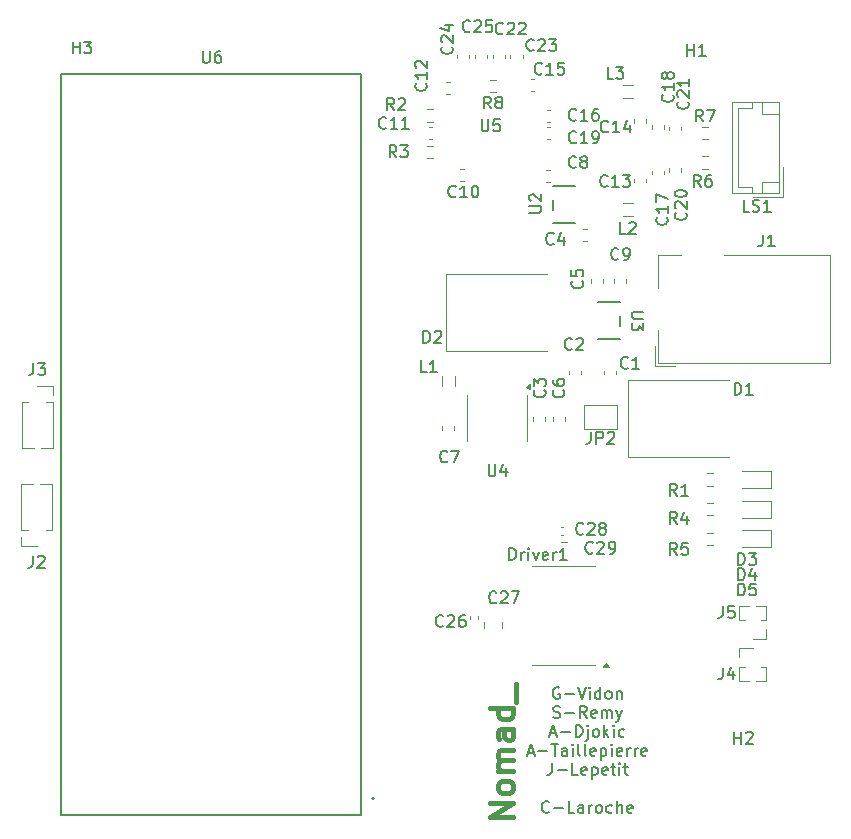
<source format=gbr>
%TF.GenerationSoftware,KiCad,Pcbnew,9.0.4*%
%TF.CreationDate,2025-10-21T16:10:30+02:00*%
%TF.ProjectId,Nomad,4e6f6d61-642e-46b6-9963-61645f706362,rev?*%
%TF.SameCoordinates,Original*%
%TF.FileFunction,Legend,Top*%
%TF.FilePolarity,Positive*%
%FSLAX46Y46*%
G04 Gerber Fmt 4.6, Leading zero omitted, Abs format (unit mm)*
G04 Created by KiCad (PCBNEW 9.0.4) date 2025-10-21 16:10:30*
%MOMM*%
%LPD*%
G01*
G04 APERTURE LIST*
%ADD10C,0.200000*%
%ADD11C,0.400000*%
%ADD12C,0.150000*%
%ADD13C,0.152400*%
%ADD14C,0.120000*%
%ADD15C,0.127000*%
G04 APERTURE END LIST*
D10*
X120419047Y-94955174D02*
X120323809Y-94907555D01*
X120323809Y-94907555D02*
X120180952Y-94907555D01*
X120180952Y-94907555D02*
X120038095Y-94955174D01*
X120038095Y-94955174D02*
X119942857Y-95050412D01*
X119942857Y-95050412D02*
X119895238Y-95145650D01*
X119895238Y-95145650D02*
X119847619Y-95336126D01*
X119847619Y-95336126D02*
X119847619Y-95478983D01*
X119847619Y-95478983D02*
X119895238Y-95669459D01*
X119895238Y-95669459D02*
X119942857Y-95764697D01*
X119942857Y-95764697D02*
X120038095Y-95859936D01*
X120038095Y-95859936D02*
X120180952Y-95907555D01*
X120180952Y-95907555D02*
X120276190Y-95907555D01*
X120276190Y-95907555D02*
X120419047Y-95859936D01*
X120419047Y-95859936D02*
X120466666Y-95812316D01*
X120466666Y-95812316D02*
X120466666Y-95478983D01*
X120466666Y-95478983D02*
X120276190Y-95478983D01*
X120895238Y-95526602D02*
X121657143Y-95526602D01*
X121990476Y-94907555D02*
X122323809Y-95907555D01*
X122323809Y-95907555D02*
X122657142Y-94907555D01*
X122990476Y-95907555D02*
X122990476Y-95240888D01*
X122990476Y-94907555D02*
X122942857Y-94955174D01*
X122942857Y-94955174D02*
X122990476Y-95002793D01*
X122990476Y-95002793D02*
X123038095Y-94955174D01*
X123038095Y-94955174D02*
X122990476Y-94907555D01*
X122990476Y-94907555D02*
X122990476Y-95002793D01*
X123895237Y-95907555D02*
X123895237Y-94907555D01*
X123895237Y-95859936D02*
X123799999Y-95907555D01*
X123799999Y-95907555D02*
X123609523Y-95907555D01*
X123609523Y-95907555D02*
X123514285Y-95859936D01*
X123514285Y-95859936D02*
X123466666Y-95812316D01*
X123466666Y-95812316D02*
X123419047Y-95717078D01*
X123419047Y-95717078D02*
X123419047Y-95431364D01*
X123419047Y-95431364D02*
X123466666Y-95336126D01*
X123466666Y-95336126D02*
X123514285Y-95288507D01*
X123514285Y-95288507D02*
X123609523Y-95240888D01*
X123609523Y-95240888D02*
X123799999Y-95240888D01*
X123799999Y-95240888D02*
X123895237Y-95288507D01*
X124514285Y-95907555D02*
X124419047Y-95859936D01*
X124419047Y-95859936D02*
X124371428Y-95812316D01*
X124371428Y-95812316D02*
X124323809Y-95717078D01*
X124323809Y-95717078D02*
X124323809Y-95431364D01*
X124323809Y-95431364D02*
X124371428Y-95336126D01*
X124371428Y-95336126D02*
X124419047Y-95288507D01*
X124419047Y-95288507D02*
X124514285Y-95240888D01*
X124514285Y-95240888D02*
X124657142Y-95240888D01*
X124657142Y-95240888D02*
X124752380Y-95288507D01*
X124752380Y-95288507D02*
X124799999Y-95336126D01*
X124799999Y-95336126D02*
X124847618Y-95431364D01*
X124847618Y-95431364D02*
X124847618Y-95717078D01*
X124847618Y-95717078D02*
X124799999Y-95812316D01*
X124799999Y-95812316D02*
X124752380Y-95859936D01*
X124752380Y-95859936D02*
X124657142Y-95907555D01*
X124657142Y-95907555D02*
X124514285Y-95907555D01*
X125276190Y-95240888D02*
X125276190Y-95907555D01*
X125276190Y-95336126D02*
X125323809Y-95288507D01*
X125323809Y-95288507D02*
X125419047Y-95240888D01*
X125419047Y-95240888D02*
X125561904Y-95240888D01*
X125561904Y-95240888D02*
X125657142Y-95288507D01*
X125657142Y-95288507D02*
X125704761Y-95383745D01*
X125704761Y-95383745D02*
X125704761Y-95907555D01*
X119919048Y-97469880D02*
X120061905Y-97517499D01*
X120061905Y-97517499D02*
X120300000Y-97517499D01*
X120300000Y-97517499D02*
X120395238Y-97469880D01*
X120395238Y-97469880D02*
X120442857Y-97422260D01*
X120442857Y-97422260D02*
X120490476Y-97327022D01*
X120490476Y-97327022D02*
X120490476Y-97231784D01*
X120490476Y-97231784D02*
X120442857Y-97136546D01*
X120442857Y-97136546D02*
X120395238Y-97088927D01*
X120395238Y-97088927D02*
X120300000Y-97041308D01*
X120300000Y-97041308D02*
X120109524Y-96993689D01*
X120109524Y-96993689D02*
X120014286Y-96946070D01*
X120014286Y-96946070D02*
X119966667Y-96898451D01*
X119966667Y-96898451D02*
X119919048Y-96803213D01*
X119919048Y-96803213D02*
X119919048Y-96707975D01*
X119919048Y-96707975D02*
X119966667Y-96612737D01*
X119966667Y-96612737D02*
X120014286Y-96565118D01*
X120014286Y-96565118D02*
X120109524Y-96517499D01*
X120109524Y-96517499D02*
X120347619Y-96517499D01*
X120347619Y-96517499D02*
X120490476Y-96565118D01*
X120919048Y-97136546D02*
X121680953Y-97136546D01*
X122728571Y-97517499D02*
X122395238Y-97041308D01*
X122157143Y-97517499D02*
X122157143Y-96517499D01*
X122157143Y-96517499D02*
X122538095Y-96517499D01*
X122538095Y-96517499D02*
X122633333Y-96565118D01*
X122633333Y-96565118D02*
X122680952Y-96612737D01*
X122680952Y-96612737D02*
X122728571Y-96707975D01*
X122728571Y-96707975D02*
X122728571Y-96850832D01*
X122728571Y-96850832D02*
X122680952Y-96946070D01*
X122680952Y-96946070D02*
X122633333Y-96993689D01*
X122633333Y-96993689D02*
X122538095Y-97041308D01*
X122538095Y-97041308D02*
X122157143Y-97041308D01*
X123538095Y-97469880D02*
X123442857Y-97517499D01*
X123442857Y-97517499D02*
X123252381Y-97517499D01*
X123252381Y-97517499D02*
X123157143Y-97469880D01*
X123157143Y-97469880D02*
X123109524Y-97374641D01*
X123109524Y-97374641D02*
X123109524Y-96993689D01*
X123109524Y-96993689D02*
X123157143Y-96898451D01*
X123157143Y-96898451D02*
X123252381Y-96850832D01*
X123252381Y-96850832D02*
X123442857Y-96850832D01*
X123442857Y-96850832D02*
X123538095Y-96898451D01*
X123538095Y-96898451D02*
X123585714Y-96993689D01*
X123585714Y-96993689D02*
X123585714Y-97088927D01*
X123585714Y-97088927D02*
X123109524Y-97184165D01*
X124014286Y-97517499D02*
X124014286Y-96850832D01*
X124014286Y-96946070D02*
X124061905Y-96898451D01*
X124061905Y-96898451D02*
X124157143Y-96850832D01*
X124157143Y-96850832D02*
X124300000Y-96850832D01*
X124300000Y-96850832D02*
X124395238Y-96898451D01*
X124395238Y-96898451D02*
X124442857Y-96993689D01*
X124442857Y-96993689D02*
X124442857Y-97517499D01*
X124442857Y-96993689D02*
X124490476Y-96898451D01*
X124490476Y-96898451D02*
X124585714Y-96850832D01*
X124585714Y-96850832D02*
X124728571Y-96850832D01*
X124728571Y-96850832D02*
X124823810Y-96898451D01*
X124823810Y-96898451D02*
X124871429Y-96993689D01*
X124871429Y-96993689D02*
X124871429Y-97517499D01*
X125252381Y-96850832D02*
X125490476Y-97517499D01*
X125728571Y-96850832D02*
X125490476Y-97517499D01*
X125490476Y-97517499D02*
X125395238Y-97755594D01*
X125395238Y-97755594D02*
X125347619Y-97803213D01*
X125347619Y-97803213D02*
X125252381Y-97850832D01*
X119680953Y-98841728D02*
X120157143Y-98841728D01*
X119585715Y-99127443D02*
X119919048Y-98127443D01*
X119919048Y-98127443D02*
X120252381Y-99127443D01*
X120585715Y-98746490D02*
X121347620Y-98746490D01*
X121823810Y-99127443D02*
X121823810Y-98127443D01*
X121823810Y-98127443D02*
X122061905Y-98127443D01*
X122061905Y-98127443D02*
X122204762Y-98175062D01*
X122204762Y-98175062D02*
X122300000Y-98270300D01*
X122300000Y-98270300D02*
X122347619Y-98365538D01*
X122347619Y-98365538D02*
X122395238Y-98556014D01*
X122395238Y-98556014D02*
X122395238Y-98698871D01*
X122395238Y-98698871D02*
X122347619Y-98889347D01*
X122347619Y-98889347D02*
X122300000Y-98984585D01*
X122300000Y-98984585D02*
X122204762Y-99079824D01*
X122204762Y-99079824D02*
X122061905Y-99127443D01*
X122061905Y-99127443D02*
X121823810Y-99127443D01*
X122823810Y-98460776D02*
X122823810Y-99317919D01*
X122823810Y-99317919D02*
X122776191Y-99413157D01*
X122776191Y-99413157D02*
X122680953Y-99460776D01*
X122680953Y-99460776D02*
X122633334Y-99460776D01*
X122823810Y-98127443D02*
X122776191Y-98175062D01*
X122776191Y-98175062D02*
X122823810Y-98222681D01*
X122823810Y-98222681D02*
X122871429Y-98175062D01*
X122871429Y-98175062D02*
X122823810Y-98127443D01*
X122823810Y-98127443D02*
X122823810Y-98222681D01*
X123442857Y-99127443D02*
X123347619Y-99079824D01*
X123347619Y-99079824D02*
X123300000Y-99032204D01*
X123300000Y-99032204D02*
X123252381Y-98936966D01*
X123252381Y-98936966D02*
X123252381Y-98651252D01*
X123252381Y-98651252D02*
X123300000Y-98556014D01*
X123300000Y-98556014D02*
X123347619Y-98508395D01*
X123347619Y-98508395D02*
X123442857Y-98460776D01*
X123442857Y-98460776D02*
X123585714Y-98460776D01*
X123585714Y-98460776D02*
X123680952Y-98508395D01*
X123680952Y-98508395D02*
X123728571Y-98556014D01*
X123728571Y-98556014D02*
X123776190Y-98651252D01*
X123776190Y-98651252D02*
X123776190Y-98936966D01*
X123776190Y-98936966D02*
X123728571Y-99032204D01*
X123728571Y-99032204D02*
X123680952Y-99079824D01*
X123680952Y-99079824D02*
X123585714Y-99127443D01*
X123585714Y-99127443D02*
X123442857Y-99127443D01*
X124204762Y-99127443D02*
X124204762Y-98127443D01*
X124300000Y-98746490D02*
X124585714Y-99127443D01*
X124585714Y-98460776D02*
X124204762Y-98841728D01*
X125014286Y-99127443D02*
X125014286Y-98460776D01*
X125014286Y-98127443D02*
X124966667Y-98175062D01*
X124966667Y-98175062D02*
X125014286Y-98222681D01*
X125014286Y-98222681D02*
X125061905Y-98175062D01*
X125061905Y-98175062D02*
X125014286Y-98127443D01*
X125014286Y-98127443D02*
X125014286Y-98222681D01*
X125919047Y-99079824D02*
X125823809Y-99127443D01*
X125823809Y-99127443D02*
X125633333Y-99127443D01*
X125633333Y-99127443D02*
X125538095Y-99079824D01*
X125538095Y-99079824D02*
X125490476Y-99032204D01*
X125490476Y-99032204D02*
X125442857Y-98936966D01*
X125442857Y-98936966D02*
X125442857Y-98651252D01*
X125442857Y-98651252D02*
X125490476Y-98556014D01*
X125490476Y-98556014D02*
X125538095Y-98508395D01*
X125538095Y-98508395D02*
X125633333Y-98460776D01*
X125633333Y-98460776D02*
X125823809Y-98460776D01*
X125823809Y-98460776D02*
X125919047Y-98508395D01*
X117752380Y-100451672D02*
X118228570Y-100451672D01*
X117657142Y-100737387D02*
X117990475Y-99737387D01*
X117990475Y-99737387D02*
X118323808Y-100737387D01*
X118657142Y-100356434D02*
X119419047Y-100356434D01*
X119752380Y-99737387D02*
X120323808Y-99737387D01*
X120038094Y-100737387D02*
X120038094Y-99737387D01*
X121085713Y-100737387D02*
X121085713Y-100213577D01*
X121085713Y-100213577D02*
X121038094Y-100118339D01*
X121038094Y-100118339D02*
X120942856Y-100070720D01*
X120942856Y-100070720D02*
X120752380Y-100070720D01*
X120752380Y-100070720D02*
X120657142Y-100118339D01*
X121085713Y-100689768D02*
X120990475Y-100737387D01*
X120990475Y-100737387D02*
X120752380Y-100737387D01*
X120752380Y-100737387D02*
X120657142Y-100689768D01*
X120657142Y-100689768D02*
X120609523Y-100594529D01*
X120609523Y-100594529D02*
X120609523Y-100499291D01*
X120609523Y-100499291D02*
X120657142Y-100404053D01*
X120657142Y-100404053D02*
X120752380Y-100356434D01*
X120752380Y-100356434D02*
X120990475Y-100356434D01*
X120990475Y-100356434D02*
X121085713Y-100308815D01*
X121561904Y-100737387D02*
X121561904Y-100070720D01*
X121561904Y-99737387D02*
X121514285Y-99785006D01*
X121514285Y-99785006D02*
X121561904Y-99832625D01*
X121561904Y-99832625D02*
X121609523Y-99785006D01*
X121609523Y-99785006D02*
X121561904Y-99737387D01*
X121561904Y-99737387D02*
X121561904Y-99832625D01*
X122180951Y-100737387D02*
X122085713Y-100689768D01*
X122085713Y-100689768D02*
X122038094Y-100594529D01*
X122038094Y-100594529D02*
X122038094Y-99737387D01*
X122704761Y-100737387D02*
X122609523Y-100689768D01*
X122609523Y-100689768D02*
X122561904Y-100594529D01*
X122561904Y-100594529D02*
X122561904Y-99737387D01*
X123466666Y-100689768D02*
X123371428Y-100737387D01*
X123371428Y-100737387D02*
X123180952Y-100737387D01*
X123180952Y-100737387D02*
X123085714Y-100689768D01*
X123085714Y-100689768D02*
X123038095Y-100594529D01*
X123038095Y-100594529D02*
X123038095Y-100213577D01*
X123038095Y-100213577D02*
X123085714Y-100118339D01*
X123085714Y-100118339D02*
X123180952Y-100070720D01*
X123180952Y-100070720D02*
X123371428Y-100070720D01*
X123371428Y-100070720D02*
X123466666Y-100118339D01*
X123466666Y-100118339D02*
X123514285Y-100213577D01*
X123514285Y-100213577D02*
X123514285Y-100308815D01*
X123514285Y-100308815D02*
X123038095Y-100404053D01*
X123942857Y-100070720D02*
X123942857Y-101070720D01*
X123942857Y-100118339D02*
X124038095Y-100070720D01*
X124038095Y-100070720D02*
X124228571Y-100070720D01*
X124228571Y-100070720D02*
X124323809Y-100118339D01*
X124323809Y-100118339D02*
X124371428Y-100165958D01*
X124371428Y-100165958D02*
X124419047Y-100261196D01*
X124419047Y-100261196D02*
X124419047Y-100546910D01*
X124419047Y-100546910D02*
X124371428Y-100642148D01*
X124371428Y-100642148D02*
X124323809Y-100689768D01*
X124323809Y-100689768D02*
X124228571Y-100737387D01*
X124228571Y-100737387D02*
X124038095Y-100737387D01*
X124038095Y-100737387D02*
X123942857Y-100689768D01*
X124847619Y-100737387D02*
X124847619Y-100070720D01*
X124847619Y-99737387D02*
X124800000Y-99785006D01*
X124800000Y-99785006D02*
X124847619Y-99832625D01*
X124847619Y-99832625D02*
X124895238Y-99785006D01*
X124895238Y-99785006D02*
X124847619Y-99737387D01*
X124847619Y-99737387D02*
X124847619Y-99832625D01*
X125704761Y-100689768D02*
X125609523Y-100737387D01*
X125609523Y-100737387D02*
X125419047Y-100737387D01*
X125419047Y-100737387D02*
X125323809Y-100689768D01*
X125323809Y-100689768D02*
X125276190Y-100594529D01*
X125276190Y-100594529D02*
X125276190Y-100213577D01*
X125276190Y-100213577D02*
X125323809Y-100118339D01*
X125323809Y-100118339D02*
X125419047Y-100070720D01*
X125419047Y-100070720D02*
X125609523Y-100070720D01*
X125609523Y-100070720D02*
X125704761Y-100118339D01*
X125704761Y-100118339D02*
X125752380Y-100213577D01*
X125752380Y-100213577D02*
X125752380Y-100308815D01*
X125752380Y-100308815D02*
X125276190Y-100404053D01*
X126180952Y-100737387D02*
X126180952Y-100070720D01*
X126180952Y-100261196D02*
X126228571Y-100165958D01*
X126228571Y-100165958D02*
X126276190Y-100118339D01*
X126276190Y-100118339D02*
X126371428Y-100070720D01*
X126371428Y-100070720D02*
X126466666Y-100070720D01*
X126800000Y-100737387D02*
X126800000Y-100070720D01*
X126800000Y-100261196D02*
X126847619Y-100165958D01*
X126847619Y-100165958D02*
X126895238Y-100118339D01*
X126895238Y-100118339D02*
X126990476Y-100070720D01*
X126990476Y-100070720D02*
X127085714Y-100070720D01*
X127800000Y-100689768D02*
X127704762Y-100737387D01*
X127704762Y-100737387D02*
X127514286Y-100737387D01*
X127514286Y-100737387D02*
X127419048Y-100689768D01*
X127419048Y-100689768D02*
X127371429Y-100594529D01*
X127371429Y-100594529D02*
X127371429Y-100213577D01*
X127371429Y-100213577D02*
X127419048Y-100118339D01*
X127419048Y-100118339D02*
X127514286Y-100070720D01*
X127514286Y-100070720D02*
X127704762Y-100070720D01*
X127704762Y-100070720D02*
X127800000Y-100118339D01*
X127800000Y-100118339D02*
X127847619Y-100213577D01*
X127847619Y-100213577D02*
X127847619Y-100308815D01*
X127847619Y-100308815D02*
X127371429Y-100404053D01*
X119799999Y-101347331D02*
X119799999Y-102061616D01*
X119799999Y-102061616D02*
X119752380Y-102204473D01*
X119752380Y-102204473D02*
X119657142Y-102299712D01*
X119657142Y-102299712D02*
X119514285Y-102347331D01*
X119514285Y-102347331D02*
X119419047Y-102347331D01*
X120276190Y-101966378D02*
X121038095Y-101966378D01*
X121990475Y-102347331D02*
X121514285Y-102347331D01*
X121514285Y-102347331D02*
X121514285Y-101347331D01*
X122704761Y-102299712D02*
X122609523Y-102347331D01*
X122609523Y-102347331D02*
X122419047Y-102347331D01*
X122419047Y-102347331D02*
X122323809Y-102299712D01*
X122323809Y-102299712D02*
X122276190Y-102204473D01*
X122276190Y-102204473D02*
X122276190Y-101823521D01*
X122276190Y-101823521D02*
X122323809Y-101728283D01*
X122323809Y-101728283D02*
X122419047Y-101680664D01*
X122419047Y-101680664D02*
X122609523Y-101680664D01*
X122609523Y-101680664D02*
X122704761Y-101728283D01*
X122704761Y-101728283D02*
X122752380Y-101823521D01*
X122752380Y-101823521D02*
X122752380Y-101918759D01*
X122752380Y-101918759D02*
X122276190Y-102013997D01*
X123180952Y-101680664D02*
X123180952Y-102680664D01*
X123180952Y-101728283D02*
X123276190Y-101680664D01*
X123276190Y-101680664D02*
X123466666Y-101680664D01*
X123466666Y-101680664D02*
X123561904Y-101728283D01*
X123561904Y-101728283D02*
X123609523Y-101775902D01*
X123609523Y-101775902D02*
X123657142Y-101871140D01*
X123657142Y-101871140D02*
X123657142Y-102156854D01*
X123657142Y-102156854D02*
X123609523Y-102252092D01*
X123609523Y-102252092D02*
X123561904Y-102299712D01*
X123561904Y-102299712D02*
X123466666Y-102347331D01*
X123466666Y-102347331D02*
X123276190Y-102347331D01*
X123276190Y-102347331D02*
X123180952Y-102299712D01*
X124466666Y-102299712D02*
X124371428Y-102347331D01*
X124371428Y-102347331D02*
X124180952Y-102347331D01*
X124180952Y-102347331D02*
X124085714Y-102299712D01*
X124085714Y-102299712D02*
X124038095Y-102204473D01*
X124038095Y-102204473D02*
X124038095Y-101823521D01*
X124038095Y-101823521D02*
X124085714Y-101728283D01*
X124085714Y-101728283D02*
X124180952Y-101680664D01*
X124180952Y-101680664D02*
X124371428Y-101680664D01*
X124371428Y-101680664D02*
X124466666Y-101728283D01*
X124466666Y-101728283D02*
X124514285Y-101823521D01*
X124514285Y-101823521D02*
X124514285Y-101918759D01*
X124514285Y-101918759D02*
X124038095Y-102013997D01*
X124800000Y-101680664D02*
X125180952Y-101680664D01*
X124942857Y-101347331D02*
X124942857Y-102204473D01*
X124942857Y-102204473D02*
X124990476Y-102299712D01*
X124990476Y-102299712D02*
X125085714Y-102347331D01*
X125085714Y-102347331D02*
X125180952Y-102347331D01*
X125514286Y-102347331D02*
X125514286Y-101680664D01*
X125514286Y-101347331D02*
X125466667Y-101394950D01*
X125466667Y-101394950D02*
X125514286Y-101442569D01*
X125514286Y-101442569D02*
X125561905Y-101394950D01*
X125561905Y-101394950D02*
X125514286Y-101347331D01*
X125514286Y-101347331D02*
X125514286Y-101442569D01*
X125847619Y-101680664D02*
X126228571Y-101680664D01*
X125990476Y-101347331D02*
X125990476Y-102204473D01*
X125990476Y-102204473D02*
X126038095Y-102299712D01*
X126038095Y-102299712D02*
X126133333Y-102347331D01*
X126133333Y-102347331D02*
X126228571Y-102347331D01*
X119561904Y-105471980D02*
X119514285Y-105519600D01*
X119514285Y-105519600D02*
X119371428Y-105567219D01*
X119371428Y-105567219D02*
X119276190Y-105567219D01*
X119276190Y-105567219D02*
X119133333Y-105519600D01*
X119133333Y-105519600D02*
X119038095Y-105424361D01*
X119038095Y-105424361D02*
X118990476Y-105329123D01*
X118990476Y-105329123D02*
X118942857Y-105138647D01*
X118942857Y-105138647D02*
X118942857Y-104995790D01*
X118942857Y-104995790D02*
X118990476Y-104805314D01*
X118990476Y-104805314D02*
X119038095Y-104710076D01*
X119038095Y-104710076D02*
X119133333Y-104614838D01*
X119133333Y-104614838D02*
X119276190Y-104567219D01*
X119276190Y-104567219D02*
X119371428Y-104567219D01*
X119371428Y-104567219D02*
X119514285Y-104614838D01*
X119514285Y-104614838D02*
X119561904Y-104662457D01*
X119990476Y-105186266D02*
X120752381Y-105186266D01*
X121704761Y-105567219D02*
X121228571Y-105567219D01*
X121228571Y-105567219D02*
X121228571Y-104567219D01*
X122466666Y-105567219D02*
X122466666Y-105043409D01*
X122466666Y-105043409D02*
X122419047Y-104948171D01*
X122419047Y-104948171D02*
X122323809Y-104900552D01*
X122323809Y-104900552D02*
X122133333Y-104900552D01*
X122133333Y-104900552D02*
X122038095Y-104948171D01*
X122466666Y-105519600D02*
X122371428Y-105567219D01*
X122371428Y-105567219D02*
X122133333Y-105567219D01*
X122133333Y-105567219D02*
X122038095Y-105519600D01*
X122038095Y-105519600D02*
X121990476Y-105424361D01*
X121990476Y-105424361D02*
X121990476Y-105329123D01*
X121990476Y-105329123D02*
X122038095Y-105233885D01*
X122038095Y-105233885D02*
X122133333Y-105186266D01*
X122133333Y-105186266D02*
X122371428Y-105186266D01*
X122371428Y-105186266D02*
X122466666Y-105138647D01*
X122942857Y-105567219D02*
X122942857Y-104900552D01*
X122942857Y-105091028D02*
X122990476Y-104995790D01*
X122990476Y-104995790D02*
X123038095Y-104948171D01*
X123038095Y-104948171D02*
X123133333Y-104900552D01*
X123133333Y-104900552D02*
X123228571Y-104900552D01*
X123704762Y-105567219D02*
X123609524Y-105519600D01*
X123609524Y-105519600D02*
X123561905Y-105471980D01*
X123561905Y-105471980D02*
X123514286Y-105376742D01*
X123514286Y-105376742D02*
X123514286Y-105091028D01*
X123514286Y-105091028D02*
X123561905Y-104995790D01*
X123561905Y-104995790D02*
X123609524Y-104948171D01*
X123609524Y-104948171D02*
X123704762Y-104900552D01*
X123704762Y-104900552D02*
X123847619Y-104900552D01*
X123847619Y-104900552D02*
X123942857Y-104948171D01*
X123942857Y-104948171D02*
X123990476Y-104995790D01*
X123990476Y-104995790D02*
X124038095Y-105091028D01*
X124038095Y-105091028D02*
X124038095Y-105376742D01*
X124038095Y-105376742D02*
X123990476Y-105471980D01*
X123990476Y-105471980D02*
X123942857Y-105519600D01*
X123942857Y-105519600D02*
X123847619Y-105567219D01*
X123847619Y-105567219D02*
X123704762Y-105567219D01*
X124895238Y-105519600D02*
X124800000Y-105567219D01*
X124800000Y-105567219D02*
X124609524Y-105567219D01*
X124609524Y-105567219D02*
X124514286Y-105519600D01*
X124514286Y-105519600D02*
X124466667Y-105471980D01*
X124466667Y-105471980D02*
X124419048Y-105376742D01*
X124419048Y-105376742D02*
X124419048Y-105091028D01*
X124419048Y-105091028D02*
X124466667Y-104995790D01*
X124466667Y-104995790D02*
X124514286Y-104948171D01*
X124514286Y-104948171D02*
X124609524Y-104900552D01*
X124609524Y-104900552D02*
X124800000Y-104900552D01*
X124800000Y-104900552D02*
X124895238Y-104948171D01*
X125323810Y-105567219D02*
X125323810Y-104567219D01*
X125752381Y-105567219D02*
X125752381Y-105043409D01*
X125752381Y-105043409D02*
X125704762Y-104948171D01*
X125704762Y-104948171D02*
X125609524Y-104900552D01*
X125609524Y-104900552D02*
X125466667Y-104900552D01*
X125466667Y-104900552D02*
X125371429Y-104948171D01*
X125371429Y-104948171D02*
X125323810Y-104995790D01*
X126609524Y-105519600D02*
X126514286Y-105567219D01*
X126514286Y-105567219D02*
X126323810Y-105567219D01*
X126323810Y-105567219D02*
X126228572Y-105519600D01*
X126228572Y-105519600D02*
X126180953Y-105424361D01*
X126180953Y-105424361D02*
X126180953Y-105043409D01*
X126180953Y-105043409D02*
X126228572Y-104948171D01*
X126228572Y-104948171D02*
X126323810Y-104900552D01*
X126323810Y-104900552D02*
X126514286Y-104900552D01*
X126514286Y-104900552D02*
X126609524Y-104948171D01*
X126609524Y-104948171D02*
X126657143Y-105043409D01*
X126657143Y-105043409D02*
X126657143Y-105138647D01*
X126657143Y-105138647D02*
X126180953Y-105233885D01*
D11*
X116534438Y-105880952D02*
X114534438Y-105880952D01*
X114534438Y-105880952D02*
X116534438Y-104738095D01*
X116534438Y-104738095D02*
X114534438Y-104738095D01*
X116534438Y-103500000D02*
X116439200Y-103690476D01*
X116439200Y-103690476D02*
X116343961Y-103785714D01*
X116343961Y-103785714D02*
X116153485Y-103880952D01*
X116153485Y-103880952D02*
X115582057Y-103880952D01*
X115582057Y-103880952D02*
X115391580Y-103785714D01*
X115391580Y-103785714D02*
X115296342Y-103690476D01*
X115296342Y-103690476D02*
X115201104Y-103500000D01*
X115201104Y-103500000D02*
X115201104Y-103214285D01*
X115201104Y-103214285D02*
X115296342Y-103023809D01*
X115296342Y-103023809D02*
X115391580Y-102928571D01*
X115391580Y-102928571D02*
X115582057Y-102833333D01*
X115582057Y-102833333D02*
X116153485Y-102833333D01*
X116153485Y-102833333D02*
X116343961Y-102928571D01*
X116343961Y-102928571D02*
X116439200Y-103023809D01*
X116439200Y-103023809D02*
X116534438Y-103214285D01*
X116534438Y-103214285D02*
X116534438Y-103500000D01*
X116534438Y-101976190D02*
X115201104Y-101976190D01*
X115391580Y-101976190D02*
X115296342Y-101880952D01*
X115296342Y-101880952D02*
X115201104Y-101690476D01*
X115201104Y-101690476D02*
X115201104Y-101404761D01*
X115201104Y-101404761D02*
X115296342Y-101214285D01*
X115296342Y-101214285D02*
X115486819Y-101119047D01*
X115486819Y-101119047D02*
X116534438Y-101119047D01*
X115486819Y-101119047D02*
X115296342Y-101023809D01*
X115296342Y-101023809D02*
X115201104Y-100833333D01*
X115201104Y-100833333D02*
X115201104Y-100547619D01*
X115201104Y-100547619D02*
X115296342Y-100357142D01*
X115296342Y-100357142D02*
X115486819Y-100261904D01*
X115486819Y-100261904D02*
X116534438Y-100261904D01*
X116534438Y-98452380D02*
X115486819Y-98452380D01*
X115486819Y-98452380D02*
X115296342Y-98547618D01*
X115296342Y-98547618D02*
X115201104Y-98738094D01*
X115201104Y-98738094D02*
X115201104Y-99119047D01*
X115201104Y-99119047D02*
X115296342Y-99309523D01*
X116439200Y-98452380D02*
X116534438Y-98642856D01*
X116534438Y-98642856D02*
X116534438Y-99119047D01*
X116534438Y-99119047D02*
X116439200Y-99309523D01*
X116439200Y-99309523D02*
X116248723Y-99404761D01*
X116248723Y-99404761D02*
X116058247Y-99404761D01*
X116058247Y-99404761D02*
X115867771Y-99309523D01*
X115867771Y-99309523D02*
X115772533Y-99119047D01*
X115772533Y-99119047D02*
X115772533Y-98642856D01*
X115772533Y-98642856D02*
X115677295Y-98452380D01*
X116534438Y-96642856D02*
X114534438Y-96642856D01*
X116439200Y-96642856D02*
X116534438Y-96833332D01*
X116534438Y-96833332D02*
X116534438Y-97214285D01*
X116534438Y-97214285D02*
X116439200Y-97404761D01*
X116439200Y-97404761D02*
X116343961Y-97499999D01*
X116343961Y-97499999D02*
X116153485Y-97595237D01*
X116153485Y-97595237D02*
X115582057Y-97595237D01*
X115582057Y-97595237D02*
X115391580Y-97499999D01*
X115391580Y-97499999D02*
X115296342Y-97404761D01*
X115296342Y-97404761D02*
X115201104Y-97214285D01*
X115201104Y-97214285D02*
X115201104Y-96833332D01*
X115201104Y-96833332D02*
X115296342Y-96642856D01*
X116724914Y-96166666D02*
X116724914Y-94642856D01*
D12*
X117891469Y-54740854D02*
X118700992Y-54740854D01*
X118700992Y-54740854D02*
X118796230Y-54693235D01*
X118796230Y-54693235D02*
X118843850Y-54645616D01*
X118843850Y-54645616D02*
X118891469Y-54550378D01*
X118891469Y-54550378D02*
X118891469Y-54359902D01*
X118891469Y-54359902D02*
X118843850Y-54264664D01*
X118843850Y-54264664D02*
X118796230Y-54217045D01*
X118796230Y-54217045D02*
X118700992Y-54169426D01*
X118700992Y-54169426D02*
X117891469Y-54169426D01*
X117986707Y-53740854D02*
X117939088Y-53693235D01*
X117939088Y-53693235D02*
X117891469Y-53597997D01*
X117891469Y-53597997D02*
X117891469Y-53359902D01*
X117891469Y-53359902D02*
X117939088Y-53264664D01*
X117939088Y-53264664D02*
X117986707Y-53217045D01*
X117986707Y-53217045D02*
X118081945Y-53169426D01*
X118081945Y-53169426D02*
X118177183Y-53169426D01*
X118177183Y-53169426D02*
X118320040Y-53217045D01*
X118320040Y-53217045D02*
X118891469Y-53788473D01*
X118891469Y-53788473D02*
X118891469Y-53169426D01*
X115657142Y-39559580D02*
X115609523Y-39607200D01*
X115609523Y-39607200D02*
X115466666Y-39654819D01*
X115466666Y-39654819D02*
X115371428Y-39654819D01*
X115371428Y-39654819D02*
X115228571Y-39607200D01*
X115228571Y-39607200D02*
X115133333Y-39511961D01*
X115133333Y-39511961D02*
X115085714Y-39416723D01*
X115085714Y-39416723D02*
X115038095Y-39226247D01*
X115038095Y-39226247D02*
X115038095Y-39083390D01*
X115038095Y-39083390D02*
X115085714Y-38892914D01*
X115085714Y-38892914D02*
X115133333Y-38797676D01*
X115133333Y-38797676D02*
X115228571Y-38702438D01*
X115228571Y-38702438D02*
X115371428Y-38654819D01*
X115371428Y-38654819D02*
X115466666Y-38654819D01*
X115466666Y-38654819D02*
X115609523Y-38702438D01*
X115609523Y-38702438D02*
X115657142Y-38750057D01*
X116038095Y-38750057D02*
X116085714Y-38702438D01*
X116085714Y-38702438D02*
X116180952Y-38654819D01*
X116180952Y-38654819D02*
X116419047Y-38654819D01*
X116419047Y-38654819D02*
X116514285Y-38702438D01*
X116514285Y-38702438D02*
X116561904Y-38750057D01*
X116561904Y-38750057D02*
X116609523Y-38845295D01*
X116609523Y-38845295D02*
X116609523Y-38940533D01*
X116609523Y-38940533D02*
X116561904Y-39083390D01*
X116561904Y-39083390D02*
X115990476Y-39654819D01*
X115990476Y-39654819D02*
X116609523Y-39654819D01*
X116990476Y-38750057D02*
X117038095Y-38702438D01*
X117038095Y-38702438D02*
X117133333Y-38654819D01*
X117133333Y-38654819D02*
X117371428Y-38654819D01*
X117371428Y-38654819D02*
X117466666Y-38702438D01*
X117466666Y-38702438D02*
X117514285Y-38750057D01*
X117514285Y-38750057D02*
X117561904Y-38845295D01*
X117561904Y-38845295D02*
X117561904Y-38940533D01*
X117561904Y-38940533D02*
X117514285Y-39083390D01*
X117514285Y-39083390D02*
X116942857Y-39654819D01*
X116942857Y-39654819D02*
X117561904Y-39654819D01*
X129509580Y-55142857D02*
X129557200Y-55190476D01*
X129557200Y-55190476D02*
X129604819Y-55333333D01*
X129604819Y-55333333D02*
X129604819Y-55428571D01*
X129604819Y-55428571D02*
X129557200Y-55571428D01*
X129557200Y-55571428D02*
X129461961Y-55666666D01*
X129461961Y-55666666D02*
X129366723Y-55714285D01*
X129366723Y-55714285D02*
X129176247Y-55761904D01*
X129176247Y-55761904D02*
X129033390Y-55761904D01*
X129033390Y-55761904D02*
X128842914Y-55714285D01*
X128842914Y-55714285D02*
X128747676Y-55666666D01*
X128747676Y-55666666D02*
X128652438Y-55571428D01*
X128652438Y-55571428D02*
X128604819Y-55428571D01*
X128604819Y-55428571D02*
X128604819Y-55333333D01*
X128604819Y-55333333D02*
X128652438Y-55190476D01*
X128652438Y-55190476D02*
X128700057Y-55142857D01*
X129604819Y-54190476D02*
X129604819Y-54761904D01*
X129604819Y-54476190D02*
X128604819Y-54476190D01*
X128604819Y-54476190D02*
X128747676Y-54571428D01*
X128747676Y-54571428D02*
X128842914Y-54666666D01*
X128842914Y-54666666D02*
X128890533Y-54761904D01*
X128604819Y-53857142D02*
X128604819Y-53190476D01*
X128604819Y-53190476D02*
X129604819Y-53619047D01*
X130009580Y-44742857D02*
X130057200Y-44790476D01*
X130057200Y-44790476D02*
X130104819Y-44933333D01*
X130104819Y-44933333D02*
X130104819Y-45028571D01*
X130104819Y-45028571D02*
X130057200Y-45171428D01*
X130057200Y-45171428D02*
X129961961Y-45266666D01*
X129961961Y-45266666D02*
X129866723Y-45314285D01*
X129866723Y-45314285D02*
X129676247Y-45361904D01*
X129676247Y-45361904D02*
X129533390Y-45361904D01*
X129533390Y-45361904D02*
X129342914Y-45314285D01*
X129342914Y-45314285D02*
X129247676Y-45266666D01*
X129247676Y-45266666D02*
X129152438Y-45171428D01*
X129152438Y-45171428D02*
X129104819Y-45028571D01*
X129104819Y-45028571D02*
X129104819Y-44933333D01*
X129104819Y-44933333D02*
X129152438Y-44790476D01*
X129152438Y-44790476D02*
X129200057Y-44742857D01*
X130104819Y-43790476D02*
X130104819Y-44361904D01*
X130104819Y-44076190D02*
X129104819Y-44076190D01*
X129104819Y-44076190D02*
X129247676Y-44171428D01*
X129247676Y-44171428D02*
X129342914Y-44266666D01*
X129342914Y-44266666D02*
X129390533Y-44361904D01*
X129533390Y-43219047D02*
X129485771Y-43314285D01*
X129485771Y-43314285D02*
X129438152Y-43361904D01*
X129438152Y-43361904D02*
X129342914Y-43409523D01*
X129342914Y-43409523D02*
X129295295Y-43409523D01*
X129295295Y-43409523D02*
X129200057Y-43361904D01*
X129200057Y-43361904D02*
X129152438Y-43314285D01*
X129152438Y-43314285D02*
X129104819Y-43219047D01*
X129104819Y-43219047D02*
X129104819Y-43028571D01*
X129104819Y-43028571D02*
X129152438Y-42933333D01*
X129152438Y-42933333D02*
X129200057Y-42885714D01*
X129200057Y-42885714D02*
X129295295Y-42838095D01*
X129295295Y-42838095D02*
X129342914Y-42838095D01*
X129342914Y-42838095D02*
X129438152Y-42885714D01*
X129438152Y-42885714D02*
X129485771Y-42933333D01*
X129485771Y-42933333D02*
X129533390Y-43028571D01*
X129533390Y-43028571D02*
X129533390Y-43219047D01*
X129533390Y-43219047D02*
X129581009Y-43314285D01*
X129581009Y-43314285D02*
X129628628Y-43361904D01*
X129628628Y-43361904D02*
X129723866Y-43409523D01*
X129723866Y-43409523D02*
X129914342Y-43409523D01*
X129914342Y-43409523D02*
X130009580Y-43361904D01*
X130009580Y-43361904D02*
X130057200Y-43314285D01*
X130057200Y-43314285D02*
X130104819Y-43219047D01*
X130104819Y-43219047D02*
X130104819Y-43028571D01*
X130104819Y-43028571D02*
X130057200Y-42933333D01*
X130057200Y-42933333D02*
X130009580Y-42885714D01*
X130009580Y-42885714D02*
X129914342Y-42838095D01*
X129914342Y-42838095D02*
X129723866Y-42838095D01*
X129723866Y-42838095D02*
X129628628Y-42885714D01*
X129628628Y-42885714D02*
X129581009Y-42933333D01*
X129581009Y-42933333D02*
X129533390Y-43028571D01*
X136507142Y-54654819D02*
X136030952Y-54654819D01*
X136030952Y-54654819D02*
X136030952Y-53654819D01*
X136792857Y-54607200D02*
X136935714Y-54654819D01*
X136935714Y-54654819D02*
X137173809Y-54654819D01*
X137173809Y-54654819D02*
X137269047Y-54607200D01*
X137269047Y-54607200D02*
X137316666Y-54559580D01*
X137316666Y-54559580D02*
X137364285Y-54464342D01*
X137364285Y-54464342D02*
X137364285Y-54369104D01*
X137364285Y-54369104D02*
X137316666Y-54273866D01*
X137316666Y-54273866D02*
X137269047Y-54226247D01*
X137269047Y-54226247D02*
X137173809Y-54178628D01*
X137173809Y-54178628D02*
X136983333Y-54131009D01*
X136983333Y-54131009D02*
X136888095Y-54083390D01*
X136888095Y-54083390D02*
X136840476Y-54035771D01*
X136840476Y-54035771D02*
X136792857Y-53940533D01*
X136792857Y-53940533D02*
X136792857Y-53845295D01*
X136792857Y-53845295D02*
X136840476Y-53750057D01*
X136840476Y-53750057D02*
X136888095Y-53702438D01*
X136888095Y-53702438D02*
X136983333Y-53654819D01*
X136983333Y-53654819D02*
X137221428Y-53654819D01*
X137221428Y-53654819D02*
X137364285Y-53702438D01*
X138316666Y-54654819D02*
X137745238Y-54654819D01*
X138030952Y-54654819D02*
X138030952Y-53654819D01*
X138030952Y-53654819D02*
X137935714Y-53797676D01*
X137935714Y-53797676D02*
X137840476Y-53892914D01*
X137840476Y-53892914D02*
X137745238Y-53940533D01*
X90238095Y-41054819D02*
X90238095Y-41864342D01*
X90238095Y-41864342D02*
X90285714Y-41959580D01*
X90285714Y-41959580D02*
X90333333Y-42007200D01*
X90333333Y-42007200D02*
X90428571Y-42054819D01*
X90428571Y-42054819D02*
X90619047Y-42054819D01*
X90619047Y-42054819D02*
X90714285Y-42007200D01*
X90714285Y-42007200D02*
X90761904Y-41959580D01*
X90761904Y-41959580D02*
X90809523Y-41864342D01*
X90809523Y-41864342D02*
X90809523Y-41054819D01*
X91714285Y-41054819D02*
X91523809Y-41054819D01*
X91523809Y-41054819D02*
X91428571Y-41102438D01*
X91428571Y-41102438D02*
X91380952Y-41150057D01*
X91380952Y-41150057D02*
X91285714Y-41292914D01*
X91285714Y-41292914D02*
X91238095Y-41483390D01*
X91238095Y-41483390D02*
X91238095Y-41864342D01*
X91238095Y-41864342D02*
X91285714Y-41959580D01*
X91285714Y-41959580D02*
X91333333Y-42007200D01*
X91333333Y-42007200D02*
X91428571Y-42054819D01*
X91428571Y-42054819D02*
X91619047Y-42054819D01*
X91619047Y-42054819D02*
X91714285Y-42007200D01*
X91714285Y-42007200D02*
X91761904Y-41959580D01*
X91761904Y-41959580D02*
X91809523Y-41864342D01*
X91809523Y-41864342D02*
X91809523Y-41626247D01*
X91809523Y-41626247D02*
X91761904Y-41531009D01*
X91761904Y-41531009D02*
X91714285Y-41483390D01*
X91714285Y-41483390D02*
X91619047Y-41435771D01*
X91619047Y-41435771D02*
X91428571Y-41435771D01*
X91428571Y-41435771D02*
X91333333Y-41483390D01*
X91333333Y-41483390D02*
X91285714Y-41531009D01*
X91285714Y-41531009D02*
X91238095Y-41626247D01*
X135561905Y-87154819D02*
X135561905Y-86154819D01*
X135561905Y-86154819D02*
X135800000Y-86154819D01*
X135800000Y-86154819D02*
X135942857Y-86202438D01*
X135942857Y-86202438D02*
X136038095Y-86297676D01*
X136038095Y-86297676D02*
X136085714Y-86392914D01*
X136085714Y-86392914D02*
X136133333Y-86583390D01*
X136133333Y-86583390D02*
X136133333Y-86726247D01*
X136133333Y-86726247D02*
X136085714Y-86916723D01*
X136085714Y-86916723D02*
X136038095Y-87011961D01*
X136038095Y-87011961D02*
X135942857Y-87107200D01*
X135942857Y-87107200D02*
X135800000Y-87154819D01*
X135800000Y-87154819D02*
X135561905Y-87154819D01*
X137038095Y-86154819D02*
X136561905Y-86154819D01*
X136561905Y-86154819D02*
X136514286Y-86631009D01*
X136514286Y-86631009D02*
X136561905Y-86583390D01*
X136561905Y-86583390D02*
X136657143Y-86535771D01*
X136657143Y-86535771D02*
X136895238Y-86535771D01*
X136895238Y-86535771D02*
X136990476Y-86583390D01*
X136990476Y-86583390D02*
X137038095Y-86631009D01*
X137038095Y-86631009D02*
X137085714Y-86726247D01*
X137085714Y-86726247D02*
X137085714Y-86964342D01*
X137085714Y-86964342D02*
X137038095Y-87059580D01*
X137038095Y-87059580D02*
X136990476Y-87107200D01*
X136990476Y-87107200D02*
X136895238Y-87154819D01*
X136895238Y-87154819D02*
X136657143Y-87154819D01*
X136657143Y-87154819D02*
X136561905Y-87107200D01*
X136561905Y-87107200D02*
X136514286Y-87059580D01*
X131238095Y-41454819D02*
X131238095Y-40454819D01*
X131238095Y-40931009D02*
X131809523Y-40931009D01*
X131809523Y-41454819D02*
X131809523Y-40454819D01*
X132809523Y-41454819D02*
X132238095Y-41454819D01*
X132523809Y-41454819D02*
X132523809Y-40454819D01*
X132523809Y-40454819D02*
X132428571Y-40597676D01*
X132428571Y-40597676D02*
X132333333Y-40692914D01*
X132333333Y-40692914D02*
X132238095Y-40740533D01*
X131109580Y-54742857D02*
X131157200Y-54790476D01*
X131157200Y-54790476D02*
X131204819Y-54933333D01*
X131204819Y-54933333D02*
X131204819Y-55028571D01*
X131204819Y-55028571D02*
X131157200Y-55171428D01*
X131157200Y-55171428D02*
X131061961Y-55266666D01*
X131061961Y-55266666D02*
X130966723Y-55314285D01*
X130966723Y-55314285D02*
X130776247Y-55361904D01*
X130776247Y-55361904D02*
X130633390Y-55361904D01*
X130633390Y-55361904D02*
X130442914Y-55314285D01*
X130442914Y-55314285D02*
X130347676Y-55266666D01*
X130347676Y-55266666D02*
X130252438Y-55171428D01*
X130252438Y-55171428D02*
X130204819Y-55028571D01*
X130204819Y-55028571D02*
X130204819Y-54933333D01*
X130204819Y-54933333D02*
X130252438Y-54790476D01*
X130252438Y-54790476D02*
X130300057Y-54742857D01*
X130300057Y-54361904D02*
X130252438Y-54314285D01*
X130252438Y-54314285D02*
X130204819Y-54219047D01*
X130204819Y-54219047D02*
X130204819Y-53980952D01*
X130204819Y-53980952D02*
X130252438Y-53885714D01*
X130252438Y-53885714D02*
X130300057Y-53838095D01*
X130300057Y-53838095D02*
X130395295Y-53790476D01*
X130395295Y-53790476D02*
X130490533Y-53790476D01*
X130490533Y-53790476D02*
X130633390Y-53838095D01*
X130633390Y-53838095D02*
X131204819Y-54409523D01*
X131204819Y-54409523D02*
X131204819Y-53790476D01*
X130204819Y-53171428D02*
X130204819Y-53076190D01*
X130204819Y-53076190D02*
X130252438Y-52980952D01*
X130252438Y-52980952D02*
X130300057Y-52933333D01*
X130300057Y-52933333D02*
X130395295Y-52885714D01*
X130395295Y-52885714D02*
X130585771Y-52838095D01*
X130585771Y-52838095D02*
X130823866Y-52838095D01*
X130823866Y-52838095D02*
X131014342Y-52885714D01*
X131014342Y-52885714D02*
X131109580Y-52933333D01*
X131109580Y-52933333D02*
X131157200Y-52980952D01*
X131157200Y-52980952D02*
X131204819Y-53076190D01*
X131204819Y-53076190D02*
X131204819Y-53171428D01*
X131204819Y-53171428D02*
X131157200Y-53266666D01*
X131157200Y-53266666D02*
X131109580Y-53314285D01*
X131109580Y-53314285D02*
X131014342Y-53361904D01*
X131014342Y-53361904D02*
X130823866Y-53409523D01*
X130823866Y-53409523D02*
X130585771Y-53409523D01*
X130585771Y-53409523D02*
X130395295Y-53361904D01*
X130395295Y-53361904D02*
X130300057Y-53314285D01*
X130300057Y-53314285D02*
X130252438Y-53266666D01*
X130252438Y-53266666D02*
X130204819Y-53171428D01*
X105757142Y-47559580D02*
X105709523Y-47607200D01*
X105709523Y-47607200D02*
X105566666Y-47654819D01*
X105566666Y-47654819D02*
X105471428Y-47654819D01*
X105471428Y-47654819D02*
X105328571Y-47607200D01*
X105328571Y-47607200D02*
X105233333Y-47511961D01*
X105233333Y-47511961D02*
X105185714Y-47416723D01*
X105185714Y-47416723D02*
X105138095Y-47226247D01*
X105138095Y-47226247D02*
X105138095Y-47083390D01*
X105138095Y-47083390D02*
X105185714Y-46892914D01*
X105185714Y-46892914D02*
X105233333Y-46797676D01*
X105233333Y-46797676D02*
X105328571Y-46702438D01*
X105328571Y-46702438D02*
X105471428Y-46654819D01*
X105471428Y-46654819D02*
X105566666Y-46654819D01*
X105566666Y-46654819D02*
X105709523Y-46702438D01*
X105709523Y-46702438D02*
X105757142Y-46750057D01*
X106709523Y-47654819D02*
X106138095Y-47654819D01*
X106423809Y-47654819D02*
X106423809Y-46654819D01*
X106423809Y-46654819D02*
X106328571Y-46797676D01*
X106328571Y-46797676D02*
X106233333Y-46892914D01*
X106233333Y-46892914D02*
X106138095Y-46940533D01*
X107661904Y-47654819D02*
X107090476Y-47654819D01*
X107376190Y-47654819D02*
X107376190Y-46654819D01*
X107376190Y-46654819D02*
X107280952Y-46797676D01*
X107280952Y-46797676D02*
X107185714Y-46892914D01*
X107185714Y-46892914D02*
X107090476Y-46940533D01*
X116195238Y-84154819D02*
X116195238Y-83154819D01*
X116195238Y-83154819D02*
X116433333Y-83154819D01*
X116433333Y-83154819D02*
X116576190Y-83202438D01*
X116576190Y-83202438D02*
X116671428Y-83297676D01*
X116671428Y-83297676D02*
X116719047Y-83392914D01*
X116719047Y-83392914D02*
X116766666Y-83583390D01*
X116766666Y-83583390D02*
X116766666Y-83726247D01*
X116766666Y-83726247D02*
X116719047Y-83916723D01*
X116719047Y-83916723D02*
X116671428Y-84011961D01*
X116671428Y-84011961D02*
X116576190Y-84107200D01*
X116576190Y-84107200D02*
X116433333Y-84154819D01*
X116433333Y-84154819D02*
X116195238Y-84154819D01*
X117195238Y-84154819D02*
X117195238Y-83488152D01*
X117195238Y-83678628D02*
X117242857Y-83583390D01*
X117242857Y-83583390D02*
X117290476Y-83535771D01*
X117290476Y-83535771D02*
X117385714Y-83488152D01*
X117385714Y-83488152D02*
X117480952Y-83488152D01*
X117814286Y-84154819D02*
X117814286Y-83488152D01*
X117814286Y-83154819D02*
X117766667Y-83202438D01*
X117766667Y-83202438D02*
X117814286Y-83250057D01*
X117814286Y-83250057D02*
X117861905Y-83202438D01*
X117861905Y-83202438D02*
X117814286Y-83154819D01*
X117814286Y-83154819D02*
X117814286Y-83250057D01*
X118195238Y-83488152D02*
X118433333Y-84154819D01*
X118433333Y-84154819D02*
X118671428Y-83488152D01*
X119433333Y-84107200D02*
X119338095Y-84154819D01*
X119338095Y-84154819D02*
X119147619Y-84154819D01*
X119147619Y-84154819D02*
X119052381Y-84107200D01*
X119052381Y-84107200D02*
X119004762Y-84011961D01*
X119004762Y-84011961D02*
X119004762Y-83631009D01*
X119004762Y-83631009D02*
X119052381Y-83535771D01*
X119052381Y-83535771D02*
X119147619Y-83488152D01*
X119147619Y-83488152D02*
X119338095Y-83488152D01*
X119338095Y-83488152D02*
X119433333Y-83535771D01*
X119433333Y-83535771D02*
X119480952Y-83631009D01*
X119480952Y-83631009D02*
X119480952Y-83726247D01*
X119480952Y-83726247D02*
X119004762Y-83821485D01*
X119909524Y-84154819D02*
X119909524Y-83488152D01*
X119909524Y-83678628D02*
X119957143Y-83583390D01*
X119957143Y-83583390D02*
X120004762Y-83535771D01*
X120004762Y-83535771D02*
X120100000Y-83488152D01*
X120100000Y-83488152D02*
X120195238Y-83488152D01*
X121052381Y-84154819D02*
X120480953Y-84154819D01*
X120766667Y-84154819D02*
X120766667Y-83154819D01*
X120766667Y-83154819D02*
X120671429Y-83297676D01*
X120671429Y-83297676D02*
X120576191Y-83392914D01*
X120576191Y-83392914D02*
X120480953Y-83440533D01*
X132383333Y-52554819D02*
X132050000Y-52078628D01*
X131811905Y-52554819D02*
X131811905Y-51554819D01*
X131811905Y-51554819D02*
X132192857Y-51554819D01*
X132192857Y-51554819D02*
X132288095Y-51602438D01*
X132288095Y-51602438D02*
X132335714Y-51650057D01*
X132335714Y-51650057D02*
X132383333Y-51745295D01*
X132383333Y-51745295D02*
X132383333Y-51888152D01*
X132383333Y-51888152D02*
X132335714Y-51983390D01*
X132335714Y-51983390D02*
X132288095Y-52031009D01*
X132288095Y-52031009D02*
X132192857Y-52078628D01*
X132192857Y-52078628D02*
X131811905Y-52078628D01*
X133240476Y-51554819D02*
X133050000Y-51554819D01*
X133050000Y-51554819D02*
X132954762Y-51602438D01*
X132954762Y-51602438D02*
X132907143Y-51650057D01*
X132907143Y-51650057D02*
X132811905Y-51792914D01*
X132811905Y-51792914D02*
X132764286Y-51983390D01*
X132764286Y-51983390D02*
X132764286Y-52364342D01*
X132764286Y-52364342D02*
X132811905Y-52459580D01*
X132811905Y-52459580D02*
X132859524Y-52507200D01*
X132859524Y-52507200D02*
X132954762Y-52554819D01*
X132954762Y-52554819D02*
X133145238Y-52554819D01*
X133145238Y-52554819D02*
X133240476Y-52507200D01*
X133240476Y-52507200D02*
X133288095Y-52459580D01*
X133288095Y-52459580D02*
X133335714Y-52364342D01*
X133335714Y-52364342D02*
X133335714Y-52126247D01*
X133335714Y-52126247D02*
X133288095Y-52031009D01*
X133288095Y-52031009D02*
X133240476Y-51983390D01*
X133240476Y-51983390D02*
X133145238Y-51935771D01*
X133145238Y-51935771D02*
X132954762Y-51935771D01*
X132954762Y-51935771D02*
X132859524Y-51983390D01*
X132859524Y-51983390D02*
X132811905Y-52031009D01*
X132811905Y-52031009D02*
X132764286Y-52126247D01*
X126233333Y-67859580D02*
X126185714Y-67907200D01*
X126185714Y-67907200D02*
X126042857Y-67954819D01*
X126042857Y-67954819D02*
X125947619Y-67954819D01*
X125947619Y-67954819D02*
X125804762Y-67907200D01*
X125804762Y-67907200D02*
X125709524Y-67811961D01*
X125709524Y-67811961D02*
X125661905Y-67716723D01*
X125661905Y-67716723D02*
X125614286Y-67526247D01*
X125614286Y-67526247D02*
X125614286Y-67383390D01*
X125614286Y-67383390D02*
X125661905Y-67192914D01*
X125661905Y-67192914D02*
X125709524Y-67097676D01*
X125709524Y-67097676D02*
X125804762Y-67002438D01*
X125804762Y-67002438D02*
X125947619Y-66954819D01*
X125947619Y-66954819D02*
X126042857Y-66954819D01*
X126042857Y-66954819D02*
X126185714Y-67002438D01*
X126185714Y-67002438D02*
X126233333Y-67050057D01*
X127185714Y-67954819D02*
X126614286Y-67954819D01*
X126900000Y-67954819D02*
X126900000Y-66954819D01*
X126900000Y-66954819D02*
X126804762Y-67097676D01*
X126804762Y-67097676D02*
X126709524Y-67192914D01*
X126709524Y-67192914D02*
X126614286Y-67240533D01*
X110948333Y-75797080D02*
X110900714Y-75844700D01*
X110900714Y-75844700D02*
X110757857Y-75892319D01*
X110757857Y-75892319D02*
X110662619Y-75892319D01*
X110662619Y-75892319D02*
X110519762Y-75844700D01*
X110519762Y-75844700D02*
X110424524Y-75749461D01*
X110424524Y-75749461D02*
X110376905Y-75654223D01*
X110376905Y-75654223D02*
X110329286Y-75463747D01*
X110329286Y-75463747D02*
X110329286Y-75320890D01*
X110329286Y-75320890D02*
X110376905Y-75130414D01*
X110376905Y-75130414D02*
X110424524Y-75035176D01*
X110424524Y-75035176D02*
X110519762Y-74939938D01*
X110519762Y-74939938D02*
X110662619Y-74892319D01*
X110662619Y-74892319D02*
X110757857Y-74892319D01*
X110757857Y-74892319D02*
X110900714Y-74939938D01*
X110900714Y-74939938D02*
X110948333Y-74987557D01*
X111281667Y-74892319D02*
X111948333Y-74892319D01*
X111948333Y-74892319D02*
X111519762Y-75892319D01*
X119159580Y-69766666D02*
X119207200Y-69814285D01*
X119207200Y-69814285D02*
X119254819Y-69957142D01*
X119254819Y-69957142D02*
X119254819Y-70052380D01*
X119254819Y-70052380D02*
X119207200Y-70195237D01*
X119207200Y-70195237D02*
X119111961Y-70290475D01*
X119111961Y-70290475D02*
X119016723Y-70338094D01*
X119016723Y-70338094D02*
X118826247Y-70385713D01*
X118826247Y-70385713D02*
X118683390Y-70385713D01*
X118683390Y-70385713D02*
X118492914Y-70338094D01*
X118492914Y-70338094D02*
X118397676Y-70290475D01*
X118397676Y-70290475D02*
X118302438Y-70195237D01*
X118302438Y-70195237D02*
X118254819Y-70052380D01*
X118254819Y-70052380D02*
X118254819Y-69957142D01*
X118254819Y-69957142D02*
X118302438Y-69814285D01*
X118302438Y-69814285D02*
X118350057Y-69766666D01*
X118254819Y-69433332D02*
X118254819Y-68814285D01*
X118254819Y-68814285D02*
X118635771Y-69147618D01*
X118635771Y-69147618D02*
X118635771Y-69004761D01*
X118635771Y-69004761D02*
X118683390Y-68909523D01*
X118683390Y-68909523D02*
X118731009Y-68861904D01*
X118731009Y-68861904D02*
X118826247Y-68814285D01*
X118826247Y-68814285D02*
X119064342Y-68814285D01*
X119064342Y-68814285D02*
X119159580Y-68861904D01*
X119159580Y-68861904D02*
X119207200Y-68909523D01*
X119207200Y-68909523D02*
X119254819Y-69004761D01*
X119254819Y-69004761D02*
X119254819Y-69290475D01*
X119254819Y-69290475D02*
X119207200Y-69385713D01*
X119207200Y-69385713D02*
X119159580Y-69433332D01*
X135238095Y-99704819D02*
X135238095Y-98704819D01*
X135238095Y-99181009D02*
X135809523Y-99181009D01*
X135809523Y-99704819D02*
X135809523Y-98704819D01*
X136238095Y-98800057D02*
X136285714Y-98752438D01*
X136285714Y-98752438D02*
X136380952Y-98704819D01*
X136380952Y-98704819D02*
X136619047Y-98704819D01*
X136619047Y-98704819D02*
X136714285Y-98752438D01*
X136714285Y-98752438D02*
X136761904Y-98800057D01*
X136761904Y-98800057D02*
X136809523Y-98895295D01*
X136809523Y-98895295D02*
X136809523Y-98990533D01*
X136809523Y-98990533D02*
X136761904Y-99133390D01*
X136761904Y-99133390D02*
X136190476Y-99704819D01*
X136190476Y-99704819D02*
X136809523Y-99704819D01*
X109109580Y-43792857D02*
X109157200Y-43840476D01*
X109157200Y-43840476D02*
X109204819Y-43983333D01*
X109204819Y-43983333D02*
X109204819Y-44078571D01*
X109204819Y-44078571D02*
X109157200Y-44221428D01*
X109157200Y-44221428D02*
X109061961Y-44316666D01*
X109061961Y-44316666D02*
X108966723Y-44364285D01*
X108966723Y-44364285D02*
X108776247Y-44411904D01*
X108776247Y-44411904D02*
X108633390Y-44411904D01*
X108633390Y-44411904D02*
X108442914Y-44364285D01*
X108442914Y-44364285D02*
X108347676Y-44316666D01*
X108347676Y-44316666D02*
X108252438Y-44221428D01*
X108252438Y-44221428D02*
X108204819Y-44078571D01*
X108204819Y-44078571D02*
X108204819Y-43983333D01*
X108204819Y-43983333D02*
X108252438Y-43840476D01*
X108252438Y-43840476D02*
X108300057Y-43792857D01*
X109204819Y-42840476D02*
X109204819Y-43411904D01*
X109204819Y-43126190D02*
X108204819Y-43126190D01*
X108204819Y-43126190D02*
X108347676Y-43221428D01*
X108347676Y-43221428D02*
X108442914Y-43316666D01*
X108442914Y-43316666D02*
X108490533Y-43411904D01*
X108300057Y-42459523D02*
X108252438Y-42411904D01*
X108252438Y-42411904D02*
X108204819Y-42316666D01*
X108204819Y-42316666D02*
X108204819Y-42078571D01*
X108204819Y-42078571D02*
X108252438Y-41983333D01*
X108252438Y-41983333D02*
X108300057Y-41935714D01*
X108300057Y-41935714D02*
X108395295Y-41888095D01*
X108395295Y-41888095D02*
X108490533Y-41888095D01*
X108490533Y-41888095D02*
X108633390Y-41935714D01*
X108633390Y-41935714D02*
X109204819Y-42507142D01*
X109204819Y-42507142D02*
X109204819Y-41888095D01*
X121483333Y-66259580D02*
X121435714Y-66307200D01*
X121435714Y-66307200D02*
X121292857Y-66354819D01*
X121292857Y-66354819D02*
X121197619Y-66354819D01*
X121197619Y-66354819D02*
X121054762Y-66307200D01*
X121054762Y-66307200D02*
X120959524Y-66211961D01*
X120959524Y-66211961D02*
X120911905Y-66116723D01*
X120911905Y-66116723D02*
X120864286Y-65926247D01*
X120864286Y-65926247D02*
X120864286Y-65783390D01*
X120864286Y-65783390D02*
X120911905Y-65592914D01*
X120911905Y-65592914D02*
X120959524Y-65497676D01*
X120959524Y-65497676D02*
X121054762Y-65402438D01*
X121054762Y-65402438D02*
X121197619Y-65354819D01*
X121197619Y-65354819D02*
X121292857Y-65354819D01*
X121292857Y-65354819D02*
X121435714Y-65402438D01*
X121435714Y-65402438D02*
X121483333Y-65450057D01*
X121864286Y-65450057D02*
X121911905Y-65402438D01*
X121911905Y-65402438D02*
X122007143Y-65354819D01*
X122007143Y-65354819D02*
X122245238Y-65354819D01*
X122245238Y-65354819D02*
X122340476Y-65402438D01*
X122340476Y-65402438D02*
X122388095Y-65450057D01*
X122388095Y-65450057D02*
X122435714Y-65545295D01*
X122435714Y-65545295D02*
X122435714Y-65640533D01*
X122435714Y-65640533D02*
X122388095Y-65783390D01*
X122388095Y-65783390D02*
X121816667Y-66354819D01*
X121816667Y-66354819D02*
X122435714Y-66354819D01*
X135561905Y-84554819D02*
X135561905Y-83554819D01*
X135561905Y-83554819D02*
X135800000Y-83554819D01*
X135800000Y-83554819D02*
X135942857Y-83602438D01*
X135942857Y-83602438D02*
X136038095Y-83697676D01*
X136038095Y-83697676D02*
X136085714Y-83792914D01*
X136085714Y-83792914D02*
X136133333Y-83983390D01*
X136133333Y-83983390D02*
X136133333Y-84126247D01*
X136133333Y-84126247D02*
X136085714Y-84316723D01*
X136085714Y-84316723D02*
X136038095Y-84411961D01*
X136038095Y-84411961D02*
X135942857Y-84507200D01*
X135942857Y-84507200D02*
X135800000Y-84554819D01*
X135800000Y-84554819D02*
X135561905Y-84554819D01*
X136466667Y-83554819D02*
X137085714Y-83554819D01*
X137085714Y-83554819D02*
X136752381Y-83935771D01*
X136752381Y-83935771D02*
X136895238Y-83935771D01*
X136895238Y-83935771D02*
X136990476Y-83983390D01*
X136990476Y-83983390D02*
X137038095Y-84031009D01*
X137038095Y-84031009D02*
X137085714Y-84126247D01*
X137085714Y-84126247D02*
X137085714Y-84364342D01*
X137085714Y-84364342D02*
X137038095Y-84459580D01*
X137038095Y-84459580D02*
X136990476Y-84507200D01*
X136990476Y-84507200D02*
X136895238Y-84554819D01*
X136895238Y-84554819D02*
X136609524Y-84554819D01*
X136609524Y-84554819D02*
X136514286Y-84507200D01*
X136514286Y-84507200D02*
X136466667Y-84459580D01*
X114438095Y-76054819D02*
X114438095Y-76864342D01*
X114438095Y-76864342D02*
X114485714Y-76959580D01*
X114485714Y-76959580D02*
X114533333Y-77007200D01*
X114533333Y-77007200D02*
X114628571Y-77054819D01*
X114628571Y-77054819D02*
X114819047Y-77054819D01*
X114819047Y-77054819D02*
X114914285Y-77007200D01*
X114914285Y-77007200D02*
X114961904Y-76959580D01*
X114961904Y-76959580D02*
X115009523Y-76864342D01*
X115009523Y-76864342D02*
X115009523Y-76054819D01*
X115914285Y-76388152D02*
X115914285Y-77054819D01*
X115676190Y-76007200D02*
X115438095Y-76721485D01*
X115438095Y-76721485D02*
X116057142Y-76721485D01*
X127545180Y-63138095D02*
X126735657Y-63138095D01*
X126735657Y-63138095D02*
X126640419Y-63185714D01*
X126640419Y-63185714D02*
X126592800Y-63233333D01*
X126592800Y-63233333D02*
X126545180Y-63328571D01*
X126545180Y-63328571D02*
X126545180Y-63519047D01*
X126545180Y-63519047D02*
X126592800Y-63614285D01*
X126592800Y-63614285D02*
X126640419Y-63661904D01*
X126640419Y-63661904D02*
X126735657Y-63709523D01*
X126735657Y-63709523D02*
X127545180Y-63709523D01*
X127545180Y-64090476D02*
X127545180Y-64709523D01*
X127545180Y-64709523D02*
X127164228Y-64376190D01*
X127164228Y-64376190D02*
X127164228Y-64519047D01*
X127164228Y-64519047D02*
X127116609Y-64614285D01*
X127116609Y-64614285D02*
X127068990Y-64661904D01*
X127068990Y-64661904D02*
X126973752Y-64709523D01*
X126973752Y-64709523D02*
X126735657Y-64709523D01*
X126735657Y-64709523D02*
X126640419Y-64661904D01*
X126640419Y-64661904D02*
X126592800Y-64614285D01*
X126592800Y-64614285D02*
X126545180Y-64519047D01*
X126545180Y-64519047D02*
X126545180Y-64233333D01*
X126545180Y-64233333D02*
X126592800Y-64138095D01*
X126592800Y-64138095D02*
X126640419Y-64090476D01*
X112857142Y-39359580D02*
X112809523Y-39407200D01*
X112809523Y-39407200D02*
X112666666Y-39454819D01*
X112666666Y-39454819D02*
X112571428Y-39454819D01*
X112571428Y-39454819D02*
X112428571Y-39407200D01*
X112428571Y-39407200D02*
X112333333Y-39311961D01*
X112333333Y-39311961D02*
X112285714Y-39216723D01*
X112285714Y-39216723D02*
X112238095Y-39026247D01*
X112238095Y-39026247D02*
X112238095Y-38883390D01*
X112238095Y-38883390D02*
X112285714Y-38692914D01*
X112285714Y-38692914D02*
X112333333Y-38597676D01*
X112333333Y-38597676D02*
X112428571Y-38502438D01*
X112428571Y-38502438D02*
X112571428Y-38454819D01*
X112571428Y-38454819D02*
X112666666Y-38454819D01*
X112666666Y-38454819D02*
X112809523Y-38502438D01*
X112809523Y-38502438D02*
X112857142Y-38550057D01*
X113238095Y-38550057D02*
X113285714Y-38502438D01*
X113285714Y-38502438D02*
X113380952Y-38454819D01*
X113380952Y-38454819D02*
X113619047Y-38454819D01*
X113619047Y-38454819D02*
X113714285Y-38502438D01*
X113714285Y-38502438D02*
X113761904Y-38550057D01*
X113761904Y-38550057D02*
X113809523Y-38645295D01*
X113809523Y-38645295D02*
X113809523Y-38740533D01*
X113809523Y-38740533D02*
X113761904Y-38883390D01*
X113761904Y-38883390D02*
X113190476Y-39454819D01*
X113190476Y-39454819D02*
X113809523Y-39454819D01*
X114714285Y-38454819D02*
X114238095Y-38454819D01*
X114238095Y-38454819D02*
X114190476Y-38931009D01*
X114190476Y-38931009D02*
X114238095Y-38883390D01*
X114238095Y-38883390D02*
X114333333Y-38835771D01*
X114333333Y-38835771D02*
X114571428Y-38835771D01*
X114571428Y-38835771D02*
X114666666Y-38883390D01*
X114666666Y-38883390D02*
X114714285Y-38931009D01*
X114714285Y-38931009D02*
X114761904Y-39026247D01*
X114761904Y-39026247D02*
X114761904Y-39264342D01*
X114761904Y-39264342D02*
X114714285Y-39359580D01*
X114714285Y-39359580D02*
X114666666Y-39407200D01*
X114666666Y-39407200D02*
X114571428Y-39454819D01*
X114571428Y-39454819D02*
X114333333Y-39454819D01*
X114333333Y-39454819D02*
X114238095Y-39407200D01*
X114238095Y-39407200D02*
X114190476Y-39359580D01*
X124983333Y-43404818D02*
X124507143Y-43404818D01*
X124507143Y-43404818D02*
X124507143Y-42404818D01*
X125221429Y-42404818D02*
X125840476Y-42404818D01*
X125840476Y-42404818D02*
X125507143Y-42785770D01*
X125507143Y-42785770D02*
X125650000Y-42785770D01*
X125650000Y-42785770D02*
X125745238Y-42833389D01*
X125745238Y-42833389D02*
X125792857Y-42881008D01*
X125792857Y-42881008D02*
X125840476Y-42976246D01*
X125840476Y-42976246D02*
X125840476Y-43214341D01*
X125840476Y-43214341D02*
X125792857Y-43309579D01*
X125792857Y-43309579D02*
X125745238Y-43357199D01*
X125745238Y-43357199D02*
X125650000Y-43404818D01*
X125650000Y-43404818D02*
X125364286Y-43404818D01*
X125364286Y-43404818D02*
X125269048Y-43357199D01*
X125269048Y-43357199D02*
X125221429Y-43309579D01*
X124557142Y-47859580D02*
X124509523Y-47907200D01*
X124509523Y-47907200D02*
X124366666Y-47954819D01*
X124366666Y-47954819D02*
X124271428Y-47954819D01*
X124271428Y-47954819D02*
X124128571Y-47907200D01*
X124128571Y-47907200D02*
X124033333Y-47811961D01*
X124033333Y-47811961D02*
X123985714Y-47716723D01*
X123985714Y-47716723D02*
X123938095Y-47526247D01*
X123938095Y-47526247D02*
X123938095Y-47383390D01*
X123938095Y-47383390D02*
X123985714Y-47192914D01*
X123985714Y-47192914D02*
X124033333Y-47097676D01*
X124033333Y-47097676D02*
X124128571Y-47002438D01*
X124128571Y-47002438D02*
X124271428Y-46954819D01*
X124271428Y-46954819D02*
X124366666Y-46954819D01*
X124366666Y-46954819D02*
X124509523Y-47002438D01*
X124509523Y-47002438D02*
X124557142Y-47050057D01*
X125509523Y-47954819D02*
X124938095Y-47954819D01*
X125223809Y-47954819D02*
X125223809Y-46954819D01*
X125223809Y-46954819D02*
X125128571Y-47097676D01*
X125128571Y-47097676D02*
X125033333Y-47192914D01*
X125033333Y-47192914D02*
X124938095Y-47240533D01*
X126366666Y-47288152D02*
X126366666Y-47954819D01*
X126128571Y-46907200D02*
X125890476Y-47621485D01*
X125890476Y-47621485D02*
X126509523Y-47621485D01*
X108911905Y-65754819D02*
X108911905Y-64754819D01*
X108911905Y-64754819D02*
X109150000Y-64754819D01*
X109150000Y-64754819D02*
X109292857Y-64802438D01*
X109292857Y-64802438D02*
X109388095Y-64897676D01*
X109388095Y-64897676D02*
X109435714Y-64992914D01*
X109435714Y-64992914D02*
X109483333Y-65183390D01*
X109483333Y-65183390D02*
X109483333Y-65326247D01*
X109483333Y-65326247D02*
X109435714Y-65516723D01*
X109435714Y-65516723D02*
X109388095Y-65611961D01*
X109388095Y-65611961D02*
X109292857Y-65707200D01*
X109292857Y-65707200D02*
X109150000Y-65754819D01*
X109150000Y-65754819D02*
X108911905Y-65754819D01*
X109864286Y-64850057D02*
X109911905Y-64802438D01*
X109911905Y-64802438D02*
X110007143Y-64754819D01*
X110007143Y-64754819D02*
X110245238Y-64754819D01*
X110245238Y-64754819D02*
X110340476Y-64802438D01*
X110340476Y-64802438D02*
X110388095Y-64850057D01*
X110388095Y-64850057D02*
X110435714Y-64945295D01*
X110435714Y-64945295D02*
X110435714Y-65040533D01*
X110435714Y-65040533D02*
X110388095Y-65183390D01*
X110388095Y-65183390D02*
X109816667Y-65754819D01*
X109816667Y-65754819D02*
X110435714Y-65754819D01*
X75891666Y-67479819D02*
X75891666Y-68194104D01*
X75891666Y-68194104D02*
X75844047Y-68336961D01*
X75844047Y-68336961D02*
X75748809Y-68432200D01*
X75748809Y-68432200D02*
X75605952Y-68479819D01*
X75605952Y-68479819D02*
X75510714Y-68479819D01*
X76272619Y-67479819D02*
X76891666Y-67479819D01*
X76891666Y-67479819D02*
X76558333Y-67860771D01*
X76558333Y-67860771D02*
X76701190Y-67860771D01*
X76701190Y-67860771D02*
X76796428Y-67908390D01*
X76796428Y-67908390D02*
X76844047Y-67956009D01*
X76844047Y-67956009D02*
X76891666Y-68051247D01*
X76891666Y-68051247D02*
X76891666Y-68289342D01*
X76891666Y-68289342D02*
X76844047Y-68384580D01*
X76844047Y-68384580D02*
X76796428Y-68432200D01*
X76796428Y-68432200D02*
X76701190Y-68479819D01*
X76701190Y-68479819D02*
X76415476Y-68479819D01*
X76415476Y-68479819D02*
X76320238Y-68432200D01*
X76320238Y-68432200D02*
X76272619Y-68384580D01*
X121857142Y-46859580D02*
X121809523Y-46907200D01*
X121809523Y-46907200D02*
X121666666Y-46954819D01*
X121666666Y-46954819D02*
X121571428Y-46954819D01*
X121571428Y-46954819D02*
X121428571Y-46907200D01*
X121428571Y-46907200D02*
X121333333Y-46811961D01*
X121333333Y-46811961D02*
X121285714Y-46716723D01*
X121285714Y-46716723D02*
X121238095Y-46526247D01*
X121238095Y-46526247D02*
X121238095Y-46383390D01*
X121238095Y-46383390D02*
X121285714Y-46192914D01*
X121285714Y-46192914D02*
X121333333Y-46097676D01*
X121333333Y-46097676D02*
X121428571Y-46002438D01*
X121428571Y-46002438D02*
X121571428Y-45954819D01*
X121571428Y-45954819D02*
X121666666Y-45954819D01*
X121666666Y-45954819D02*
X121809523Y-46002438D01*
X121809523Y-46002438D02*
X121857142Y-46050057D01*
X122809523Y-46954819D02*
X122238095Y-46954819D01*
X122523809Y-46954819D02*
X122523809Y-45954819D01*
X122523809Y-45954819D02*
X122428571Y-46097676D01*
X122428571Y-46097676D02*
X122333333Y-46192914D01*
X122333333Y-46192914D02*
X122238095Y-46240533D01*
X123666666Y-45954819D02*
X123476190Y-45954819D01*
X123476190Y-45954819D02*
X123380952Y-46002438D01*
X123380952Y-46002438D02*
X123333333Y-46050057D01*
X123333333Y-46050057D02*
X123238095Y-46192914D01*
X123238095Y-46192914D02*
X123190476Y-46383390D01*
X123190476Y-46383390D02*
X123190476Y-46764342D01*
X123190476Y-46764342D02*
X123238095Y-46859580D01*
X123238095Y-46859580D02*
X123285714Y-46907200D01*
X123285714Y-46907200D02*
X123380952Y-46954819D01*
X123380952Y-46954819D02*
X123571428Y-46954819D01*
X123571428Y-46954819D02*
X123666666Y-46907200D01*
X123666666Y-46907200D02*
X123714285Y-46859580D01*
X123714285Y-46859580D02*
X123761904Y-46764342D01*
X123761904Y-46764342D02*
X123761904Y-46526247D01*
X123761904Y-46526247D02*
X123714285Y-46431009D01*
X123714285Y-46431009D02*
X123666666Y-46383390D01*
X123666666Y-46383390D02*
X123571428Y-46335771D01*
X123571428Y-46335771D02*
X123380952Y-46335771D01*
X123380952Y-46335771D02*
X123285714Y-46383390D01*
X123285714Y-46383390D02*
X123238095Y-46431009D01*
X123238095Y-46431009D02*
X123190476Y-46526247D01*
X121857142Y-48759580D02*
X121809523Y-48807200D01*
X121809523Y-48807200D02*
X121666666Y-48854819D01*
X121666666Y-48854819D02*
X121571428Y-48854819D01*
X121571428Y-48854819D02*
X121428571Y-48807200D01*
X121428571Y-48807200D02*
X121333333Y-48711961D01*
X121333333Y-48711961D02*
X121285714Y-48616723D01*
X121285714Y-48616723D02*
X121238095Y-48426247D01*
X121238095Y-48426247D02*
X121238095Y-48283390D01*
X121238095Y-48283390D02*
X121285714Y-48092914D01*
X121285714Y-48092914D02*
X121333333Y-47997676D01*
X121333333Y-47997676D02*
X121428571Y-47902438D01*
X121428571Y-47902438D02*
X121571428Y-47854819D01*
X121571428Y-47854819D02*
X121666666Y-47854819D01*
X121666666Y-47854819D02*
X121809523Y-47902438D01*
X121809523Y-47902438D02*
X121857142Y-47950057D01*
X122809523Y-48854819D02*
X122238095Y-48854819D01*
X122523809Y-48854819D02*
X122523809Y-47854819D01*
X122523809Y-47854819D02*
X122428571Y-47997676D01*
X122428571Y-47997676D02*
X122333333Y-48092914D01*
X122333333Y-48092914D02*
X122238095Y-48140533D01*
X123285714Y-48854819D02*
X123476190Y-48854819D01*
X123476190Y-48854819D02*
X123571428Y-48807200D01*
X123571428Y-48807200D02*
X123619047Y-48759580D01*
X123619047Y-48759580D02*
X123714285Y-48616723D01*
X123714285Y-48616723D02*
X123761904Y-48426247D01*
X123761904Y-48426247D02*
X123761904Y-48045295D01*
X123761904Y-48045295D02*
X123714285Y-47950057D01*
X123714285Y-47950057D02*
X123666666Y-47902438D01*
X123666666Y-47902438D02*
X123571428Y-47854819D01*
X123571428Y-47854819D02*
X123380952Y-47854819D01*
X123380952Y-47854819D02*
X123285714Y-47902438D01*
X123285714Y-47902438D02*
X123238095Y-47950057D01*
X123238095Y-47950057D02*
X123190476Y-48045295D01*
X123190476Y-48045295D02*
X123190476Y-48283390D01*
X123190476Y-48283390D02*
X123238095Y-48378628D01*
X123238095Y-48378628D02*
X123285714Y-48426247D01*
X123285714Y-48426247D02*
X123380952Y-48473866D01*
X123380952Y-48473866D02*
X123571428Y-48473866D01*
X123571428Y-48473866D02*
X123666666Y-48426247D01*
X123666666Y-48426247D02*
X123714285Y-48378628D01*
X123714285Y-48378628D02*
X123761904Y-48283390D01*
X106633333Y-50054819D02*
X106300000Y-49578628D01*
X106061905Y-50054819D02*
X106061905Y-49054819D01*
X106061905Y-49054819D02*
X106442857Y-49054819D01*
X106442857Y-49054819D02*
X106538095Y-49102438D01*
X106538095Y-49102438D02*
X106585714Y-49150057D01*
X106585714Y-49150057D02*
X106633333Y-49245295D01*
X106633333Y-49245295D02*
X106633333Y-49388152D01*
X106633333Y-49388152D02*
X106585714Y-49483390D01*
X106585714Y-49483390D02*
X106538095Y-49531009D01*
X106538095Y-49531009D02*
X106442857Y-49578628D01*
X106442857Y-49578628D02*
X106061905Y-49578628D01*
X106966667Y-49054819D02*
X107585714Y-49054819D01*
X107585714Y-49054819D02*
X107252381Y-49435771D01*
X107252381Y-49435771D02*
X107395238Y-49435771D01*
X107395238Y-49435771D02*
X107490476Y-49483390D01*
X107490476Y-49483390D02*
X107538095Y-49531009D01*
X107538095Y-49531009D02*
X107585714Y-49626247D01*
X107585714Y-49626247D02*
X107585714Y-49864342D01*
X107585714Y-49864342D02*
X107538095Y-49959580D01*
X107538095Y-49959580D02*
X107490476Y-50007200D01*
X107490476Y-50007200D02*
X107395238Y-50054819D01*
X107395238Y-50054819D02*
X107109524Y-50054819D01*
X107109524Y-50054819D02*
X107014286Y-50007200D01*
X107014286Y-50007200D02*
X106966667Y-49959580D01*
X111660334Y-53359580D02*
X111612715Y-53407200D01*
X111612715Y-53407200D02*
X111469858Y-53454819D01*
X111469858Y-53454819D02*
X111374620Y-53454819D01*
X111374620Y-53454819D02*
X111231763Y-53407200D01*
X111231763Y-53407200D02*
X111136525Y-53311961D01*
X111136525Y-53311961D02*
X111088906Y-53216723D01*
X111088906Y-53216723D02*
X111041287Y-53026247D01*
X111041287Y-53026247D02*
X111041287Y-52883390D01*
X111041287Y-52883390D02*
X111088906Y-52692914D01*
X111088906Y-52692914D02*
X111136525Y-52597676D01*
X111136525Y-52597676D02*
X111231763Y-52502438D01*
X111231763Y-52502438D02*
X111374620Y-52454819D01*
X111374620Y-52454819D02*
X111469858Y-52454819D01*
X111469858Y-52454819D02*
X111612715Y-52502438D01*
X111612715Y-52502438D02*
X111660334Y-52550057D01*
X112612715Y-53454819D02*
X112041287Y-53454819D01*
X112327001Y-53454819D02*
X112327001Y-52454819D01*
X112327001Y-52454819D02*
X112231763Y-52597676D01*
X112231763Y-52597676D02*
X112136525Y-52692914D01*
X112136525Y-52692914D02*
X112041287Y-52740533D01*
X113231763Y-52454819D02*
X113327001Y-52454819D01*
X113327001Y-52454819D02*
X113422239Y-52502438D01*
X113422239Y-52502438D02*
X113469858Y-52550057D01*
X113469858Y-52550057D02*
X113517477Y-52645295D01*
X113517477Y-52645295D02*
X113565096Y-52835771D01*
X113565096Y-52835771D02*
X113565096Y-53073866D01*
X113565096Y-53073866D02*
X113517477Y-53264342D01*
X113517477Y-53264342D02*
X113469858Y-53359580D01*
X113469858Y-53359580D02*
X113422239Y-53407200D01*
X113422239Y-53407200D02*
X113327001Y-53454819D01*
X113327001Y-53454819D02*
X113231763Y-53454819D01*
X113231763Y-53454819D02*
X113136525Y-53407200D01*
X113136525Y-53407200D02*
X113088906Y-53359580D01*
X113088906Y-53359580D02*
X113041287Y-53264342D01*
X113041287Y-53264342D02*
X112993668Y-53073866D01*
X112993668Y-53073866D02*
X112993668Y-52835771D01*
X112993668Y-52835771D02*
X113041287Y-52645295D01*
X113041287Y-52645295D02*
X113088906Y-52550057D01*
X113088906Y-52550057D02*
X113136525Y-52502438D01*
X113136525Y-52502438D02*
X113231763Y-52454819D01*
X130377082Y-83704819D02*
X130043749Y-83228628D01*
X129805654Y-83704819D02*
X129805654Y-82704819D01*
X129805654Y-82704819D02*
X130186606Y-82704819D01*
X130186606Y-82704819D02*
X130281844Y-82752438D01*
X130281844Y-82752438D02*
X130329463Y-82800057D01*
X130329463Y-82800057D02*
X130377082Y-82895295D01*
X130377082Y-82895295D02*
X130377082Y-83038152D01*
X130377082Y-83038152D02*
X130329463Y-83133390D01*
X130329463Y-83133390D02*
X130281844Y-83181009D01*
X130281844Y-83181009D02*
X130186606Y-83228628D01*
X130186606Y-83228628D02*
X129805654Y-83228628D01*
X131281844Y-82704819D02*
X130805654Y-82704819D01*
X130805654Y-82704819D02*
X130758035Y-83181009D01*
X130758035Y-83181009D02*
X130805654Y-83133390D01*
X130805654Y-83133390D02*
X130900892Y-83085771D01*
X130900892Y-83085771D02*
X131138987Y-83085771D01*
X131138987Y-83085771D02*
X131234225Y-83133390D01*
X131234225Y-83133390D02*
X131281844Y-83181009D01*
X131281844Y-83181009D02*
X131329463Y-83276247D01*
X131329463Y-83276247D02*
X131329463Y-83514342D01*
X131329463Y-83514342D02*
X131281844Y-83609580D01*
X131281844Y-83609580D02*
X131234225Y-83657200D01*
X131234225Y-83657200D02*
X131138987Y-83704819D01*
X131138987Y-83704819D02*
X130900892Y-83704819D01*
X130900892Y-83704819D02*
X130805654Y-83657200D01*
X130805654Y-83657200D02*
X130758035Y-83609580D01*
X79238095Y-41254819D02*
X79238095Y-40254819D01*
X79238095Y-40731009D02*
X79809523Y-40731009D01*
X79809523Y-41254819D02*
X79809523Y-40254819D01*
X80190476Y-40254819D02*
X80809523Y-40254819D01*
X80809523Y-40254819D02*
X80476190Y-40635771D01*
X80476190Y-40635771D02*
X80619047Y-40635771D01*
X80619047Y-40635771D02*
X80714285Y-40683390D01*
X80714285Y-40683390D02*
X80761904Y-40731009D01*
X80761904Y-40731009D02*
X80809523Y-40826247D01*
X80809523Y-40826247D02*
X80809523Y-41064342D01*
X80809523Y-41064342D02*
X80761904Y-41159580D01*
X80761904Y-41159580D02*
X80714285Y-41207200D01*
X80714285Y-41207200D02*
X80619047Y-41254819D01*
X80619047Y-41254819D02*
X80333333Y-41254819D01*
X80333333Y-41254819D02*
X80238095Y-41207200D01*
X80238095Y-41207200D02*
X80190476Y-41159580D01*
X75841666Y-83799819D02*
X75841666Y-84514104D01*
X75841666Y-84514104D02*
X75794047Y-84656961D01*
X75794047Y-84656961D02*
X75698809Y-84752200D01*
X75698809Y-84752200D02*
X75555952Y-84799819D01*
X75555952Y-84799819D02*
X75460714Y-84799819D01*
X76270238Y-83895057D02*
X76317857Y-83847438D01*
X76317857Y-83847438D02*
X76413095Y-83799819D01*
X76413095Y-83799819D02*
X76651190Y-83799819D01*
X76651190Y-83799819D02*
X76746428Y-83847438D01*
X76746428Y-83847438D02*
X76794047Y-83895057D01*
X76794047Y-83895057D02*
X76841666Y-83990295D01*
X76841666Y-83990295D02*
X76841666Y-84085533D01*
X76841666Y-84085533D02*
X76794047Y-84228390D01*
X76794047Y-84228390D02*
X76222619Y-84799819D01*
X76222619Y-84799819D02*
X76841666Y-84799819D01*
X134266666Y-88054819D02*
X134266666Y-88769104D01*
X134266666Y-88769104D02*
X134219047Y-88911961D01*
X134219047Y-88911961D02*
X134123809Y-89007200D01*
X134123809Y-89007200D02*
X133980952Y-89054819D01*
X133980952Y-89054819D02*
X133885714Y-89054819D01*
X135219047Y-88054819D02*
X134742857Y-88054819D01*
X134742857Y-88054819D02*
X134695238Y-88531009D01*
X134695238Y-88531009D02*
X134742857Y-88483390D01*
X134742857Y-88483390D02*
X134838095Y-88435771D01*
X134838095Y-88435771D02*
X135076190Y-88435771D01*
X135076190Y-88435771D02*
X135171428Y-88483390D01*
X135171428Y-88483390D02*
X135219047Y-88531009D01*
X135219047Y-88531009D02*
X135266666Y-88626247D01*
X135266666Y-88626247D02*
X135266666Y-88864342D01*
X135266666Y-88864342D02*
X135219047Y-88959580D01*
X135219047Y-88959580D02*
X135171428Y-89007200D01*
X135171428Y-89007200D02*
X135076190Y-89054819D01*
X135076190Y-89054819D02*
X134838095Y-89054819D01*
X134838095Y-89054819D02*
X134742857Y-89007200D01*
X134742857Y-89007200D02*
X134695238Y-88959580D01*
X130377082Y-78704819D02*
X130043749Y-78228628D01*
X129805654Y-78704819D02*
X129805654Y-77704819D01*
X129805654Y-77704819D02*
X130186606Y-77704819D01*
X130186606Y-77704819D02*
X130281844Y-77752438D01*
X130281844Y-77752438D02*
X130329463Y-77800057D01*
X130329463Y-77800057D02*
X130377082Y-77895295D01*
X130377082Y-77895295D02*
X130377082Y-78038152D01*
X130377082Y-78038152D02*
X130329463Y-78133390D01*
X130329463Y-78133390D02*
X130281844Y-78181009D01*
X130281844Y-78181009D02*
X130186606Y-78228628D01*
X130186606Y-78228628D02*
X129805654Y-78228628D01*
X131329463Y-78704819D02*
X130758035Y-78704819D01*
X131043749Y-78704819D02*
X131043749Y-77704819D01*
X131043749Y-77704819D02*
X130948511Y-77847676D01*
X130948511Y-77847676D02*
X130853273Y-77942914D01*
X130853273Y-77942914D02*
X130758035Y-77990533D01*
X111309580Y-40692857D02*
X111357200Y-40740476D01*
X111357200Y-40740476D02*
X111404819Y-40883333D01*
X111404819Y-40883333D02*
X111404819Y-40978571D01*
X111404819Y-40978571D02*
X111357200Y-41121428D01*
X111357200Y-41121428D02*
X111261961Y-41216666D01*
X111261961Y-41216666D02*
X111166723Y-41264285D01*
X111166723Y-41264285D02*
X110976247Y-41311904D01*
X110976247Y-41311904D02*
X110833390Y-41311904D01*
X110833390Y-41311904D02*
X110642914Y-41264285D01*
X110642914Y-41264285D02*
X110547676Y-41216666D01*
X110547676Y-41216666D02*
X110452438Y-41121428D01*
X110452438Y-41121428D02*
X110404819Y-40978571D01*
X110404819Y-40978571D02*
X110404819Y-40883333D01*
X110404819Y-40883333D02*
X110452438Y-40740476D01*
X110452438Y-40740476D02*
X110500057Y-40692857D01*
X110500057Y-40311904D02*
X110452438Y-40264285D01*
X110452438Y-40264285D02*
X110404819Y-40169047D01*
X110404819Y-40169047D02*
X110404819Y-39930952D01*
X110404819Y-39930952D02*
X110452438Y-39835714D01*
X110452438Y-39835714D02*
X110500057Y-39788095D01*
X110500057Y-39788095D02*
X110595295Y-39740476D01*
X110595295Y-39740476D02*
X110690533Y-39740476D01*
X110690533Y-39740476D02*
X110833390Y-39788095D01*
X110833390Y-39788095D02*
X111404819Y-40359523D01*
X111404819Y-40359523D02*
X111404819Y-39740476D01*
X110738152Y-38883333D02*
X111404819Y-38883333D01*
X110357200Y-39121428D02*
X111071485Y-39359523D01*
X111071485Y-39359523D02*
X111071485Y-38740476D01*
X110588392Y-89734579D02*
X110540773Y-89782199D01*
X110540773Y-89782199D02*
X110397916Y-89829818D01*
X110397916Y-89829818D02*
X110302678Y-89829818D01*
X110302678Y-89829818D02*
X110159821Y-89782199D01*
X110159821Y-89782199D02*
X110064583Y-89686960D01*
X110064583Y-89686960D02*
X110016964Y-89591722D01*
X110016964Y-89591722D02*
X109969345Y-89401246D01*
X109969345Y-89401246D02*
X109969345Y-89258389D01*
X109969345Y-89258389D02*
X110016964Y-89067913D01*
X110016964Y-89067913D02*
X110064583Y-88972675D01*
X110064583Y-88972675D02*
X110159821Y-88877437D01*
X110159821Y-88877437D02*
X110302678Y-88829818D01*
X110302678Y-88829818D02*
X110397916Y-88829818D01*
X110397916Y-88829818D02*
X110540773Y-88877437D01*
X110540773Y-88877437D02*
X110588392Y-88925056D01*
X110969345Y-88925056D02*
X111016964Y-88877437D01*
X111016964Y-88877437D02*
X111112202Y-88829818D01*
X111112202Y-88829818D02*
X111350297Y-88829818D01*
X111350297Y-88829818D02*
X111445535Y-88877437D01*
X111445535Y-88877437D02*
X111493154Y-88925056D01*
X111493154Y-88925056D02*
X111540773Y-89020294D01*
X111540773Y-89020294D02*
X111540773Y-89115532D01*
X111540773Y-89115532D02*
X111493154Y-89258389D01*
X111493154Y-89258389D02*
X110921726Y-89829818D01*
X110921726Y-89829818D02*
X111540773Y-89829818D01*
X112397916Y-88829818D02*
X112207440Y-88829818D01*
X112207440Y-88829818D02*
X112112202Y-88877437D01*
X112112202Y-88877437D02*
X112064583Y-88925056D01*
X112064583Y-88925056D02*
X111969345Y-89067913D01*
X111969345Y-89067913D02*
X111921726Y-89258389D01*
X111921726Y-89258389D02*
X111921726Y-89639341D01*
X111921726Y-89639341D02*
X111969345Y-89734579D01*
X111969345Y-89734579D02*
X112016964Y-89782199D01*
X112016964Y-89782199D02*
X112112202Y-89829818D01*
X112112202Y-89829818D02*
X112302678Y-89829818D01*
X112302678Y-89829818D02*
X112397916Y-89782199D01*
X112397916Y-89782199D02*
X112445535Y-89734579D01*
X112445535Y-89734579D02*
X112493154Y-89639341D01*
X112493154Y-89639341D02*
X112493154Y-89401246D01*
X112493154Y-89401246D02*
X112445535Y-89306008D01*
X112445535Y-89306008D02*
X112397916Y-89258389D01*
X112397916Y-89258389D02*
X112302678Y-89210770D01*
X112302678Y-89210770D02*
X112112202Y-89210770D01*
X112112202Y-89210770D02*
X112016964Y-89258389D01*
X112016964Y-89258389D02*
X111969345Y-89306008D01*
X111969345Y-89306008D02*
X111921726Y-89401246D01*
X126033333Y-56554819D02*
X125557143Y-56554819D01*
X125557143Y-56554819D02*
X125557143Y-55554819D01*
X126319048Y-55650057D02*
X126366667Y-55602438D01*
X126366667Y-55602438D02*
X126461905Y-55554819D01*
X126461905Y-55554819D02*
X126700000Y-55554819D01*
X126700000Y-55554819D02*
X126795238Y-55602438D01*
X126795238Y-55602438D02*
X126842857Y-55650057D01*
X126842857Y-55650057D02*
X126890476Y-55745295D01*
X126890476Y-55745295D02*
X126890476Y-55840533D01*
X126890476Y-55840533D02*
X126842857Y-55983390D01*
X126842857Y-55983390D02*
X126271429Y-56554819D01*
X126271429Y-56554819D02*
X126890476Y-56554819D01*
X122354180Y-60526866D02*
X122401800Y-60574485D01*
X122401800Y-60574485D02*
X122449419Y-60717342D01*
X122449419Y-60717342D02*
X122449419Y-60812580D01*
X122449419Y-60812580D02*
X122401800Y-60955437D01*
X122401800Y-60955437D02*
X122306561Y-61050675D01*
X122306561Y-61050675D02*
X122211323Y-61098294D01*
X122211323Y-61098294D02*
X122020847Y-61145913D01*
X122020847Y-61145913D02*
X121877990Y-61145913D01*
X121877990Y-61145913D02*
X121687514Y-61098294D01*
X121687514Y-61098294D02*
X121592276Y-61050675D01*
X121592276Y-61050675D02*
X121497038Y-60955437D01*
X121497038Y-60955437D02*
X121449419Y-60812580D01*
X121449419Y-60812580D02*
X121449419Y-60717342D01*
X121449419Y-60717342D02*
X121497038Y-60574485D01*
X121497038Y-60574485D02*
X121544657Y-60526866D01*
X121449419Y-59622104D02*
X121449419Y-60098294D01*
X121449419Y-60098294D02*
X121925609Y-60145913D01*
X121925609Y-60145913D02*
X121877990Y-60098294D01*
X121877990Y-60098294D02*
X121830371Y-60003056D01*
X121830371Y-60003056D02*
X121830371Y-59764961D01*
X121830371Y-59764961D02*
X121877990Y-59669723D01*
X121877990Y-59669723D02*
X121925609Y-59622104D01*
X121925609Y-59622104D02*
X122020847Y-59574485D01*
X122020847Y-59574485D02*
X122258942Y-59574485D01*
X122258942Y-59574485D02*
X122354180Y-59622104D01*
X122354180Y-59622104D02*
X122401800Y-59669723D01*
X122401800Y-59669723D02*
X122449419Y-59764961D01*
X122449419Y-59764961D02*
X122449419Y-60003056D01*
X122449419Y-60003056D02*
X122401800Y-60098294D01*
X122401800Y-60098294D02*
X122354180Y-60145913D01*
X134266666Y-93254819D02*
X134266666Y-93969104D01*
X134266666Y-93969104D02*
X134219047Y-94111961D01*
X134219047Y-94111961D02*
X134123809Y-94207200D01*
X134123809Y-94207200D02*
X133980952Y-94254819D01*
X133980952Y-94254819D02*
X133885714Y-94254819D01*
X135171428Y-93588152D02*
X135171428Y-94254819D01*
X134933333Y-93207200D02*
X134695238Y-93921485D01*
X134695238Y-93921485D02*
X135314285Y-93921485D01*
X118957142Y-42959580D02*
X118909523Y-43007200D01*
X118909523Y-43007200D02*
X118766666Y-43054819D01*
X118766666Y-43054819D02*
X118671428Y-43054819D01*
X118671428Y-43054819D02*
X118528571Y-43007200D01*
X118528571Y-43007200D02*
X118433333Y-42911961D01*
X118433333Y-42911961D02*
X118385714Y-42816723D01*
X118385714Y-42816723D02*
X118338095Y-42626247D01*
X118338095Y-42626247D02*
X118338095Y-42483390D01*
X118338095Y-42483390D02*
X118385714Y-42292914D01*
X118385714Y-42292914D02*
X118433333Y-42197676D01*
X118433333Y-42197676D02*
X118528571Y-42102438D01*
X118528571Y-42102438D02*
X118671428Y-42054819D01*
X118671428Y-42054819D02*
X118766666Y-42054819D01*
X118766666Y-42054819D02*
X118909523Y-42102438D01*
X118909523Y-42102438D02*
X118957142Y-42150057D01*
X119909523Y-43054819D02*
X119338095Y-43054819D01*
X119623809Y-43054819D02*
X119623809Y-42054819D01*
X119623809Y-42054819D02*
X119528571Y-42197676D01*
X119528571Y-42197676D02*
X119433333Y-42292914D01*
X119433333Y-42292914D02*
X119338095Y-42340533D01*
X120814285Y-42054819D02*
X120338095Y-42054819D01*
X120338095Y-42054819D02*
X120290476Y-42531009D01*
X120290476Y-42531009D02*
X120338095Y-42483390D01*
X120338095Y-42483390D02*
X120433333Y-42435771D01*
X120433333Y-42435771D02*
X120671428Y-42435771D01*
X120671428Y-42435771D02*
X120766666Y-42483390D01*
X120766666Y-42483390D02*
X120814285Y-42531009D01*
X120814285Y-42531009D02*
X120861904Y-42626247D01*
X120861904Y-42626247D02*
X120861904Y-42864342D01*
X120861904Y-42864342D02*
X120814285Y-42959580D01*
X120814285Y-42959580D02*
X120766666Y-43007200D01*
X120766666Y-43007200D02*
X120671428Y-43054819D01*
X120671428Y-43054819D02*
X120433333Y-43054819D01*
X120433333Y-43054819D02*
X120338095Y-43007200D01*
X120338095Y-43007200D02*
X120290476Y-42959580D01*
X114633333Y-45922318D02*
X114300000Y-45446127D01*
X114061905Y-45922318D02*
X114061905Y-44922318D01*
X114061905Y-44922318D02*
X114442857Y-44922318D01*
X114442857Y-44922318D02*
X114538095Y-44969937D01*
X114538095Y-44969937D02*
X114585714Y-45017556D01*
X114585714Y-45017556D02*
X114633333Y-45112794D01*
X114633333Y-45112794D02*
X114633333Y-45255651D01*
X114633333Y-45255651D02*
X114585714Y-45350889D01*
X114585714Y-45350889D02*
X114538095Y-45398508D01*
X114538095Y-45398508D02*
X114442857Y-45446127D01*
X114442857Y-45446127D02*
X114061905Y-45446127D01*
X115204762Y-45350889D02*
X115109524Y-45303270D01*
X115109524Y-45303270D02*
X115061905Y-45255651D01*
X115061905Y-45255651D02*
X115014286Y-45160413D01*
X115014286Y-45160413D02*
X115014286Y-45112794D01*
X115014286Y-45112794D02*
X115061905Y-45017556D01*
X115061905Y-45017556D02*
X115109524Y-44969937D01*
X115109524Y-44969937D02*
X115204762Y-44922318D01*
X115204762Y-44922318D02*
X115395238Y-44922318D01*
X115395238Y-44922318D02*
X115490476Y-44969937D01*
X115490476Y-44969937D02*
X115538095Y-45017556D01*
X115538095Y-45017556D02*
X115585714Y-45112794D01*
X115585714Y-45112794D02*
X115585714Y-45160413D01*
X115585714Y-45160413D02*
X115538095Y-45255651D01*
X115538095Y-45255651D02*
X115490476Y-45303270D01*
X115490476Y-45303270D02*
X115395238Y-45350889D01*
X115395238Y-45350889D02*
X115204762Y-45350889D01*
X115204762Y-45350889D02*
X115109524Y-45398508D01*
X115109524Y-45398508D02*
X115061905Y-45446127D01*
X115061905Y-45446127D02*
X115014286Y-45541365D01*
X115014286Y-45541365D02*
X115014286Y-45731841D01*
X115014286Y-45731841D02*
X115061905Y-45827079D01*
X115061905Y-45827079D02*
X115109524Y-45874699D01*
X115109524Y-45874699D02*
X115204762Y-45922318D01*
X115204762Y-45922318D02*
X115395238Y-45922318D01*
X115395238Y-45922318D02*
X115490476Y-45874699D01*
X115490476Y-45874699D02*
X115538095Y-45827079D01*
X115538095Y-45827079D02*
X115585714Y-45731841D01*
X115585714Y-45731841D02*
X115585714Y-45541365D01*
X115585714Y-45541365D02*
X115538095Y-45446127D01*
X115538095Y-45446127D02*
X115490476Y-45398508D01*
X115490476Y-45398508D02*
X115395238Y-45350889D01*
X113838095Y-46854819D02*
X113838095Y-47664342D01*
X113838095Y-47664342D02*
X113885714Y-47759580D01*
X113885714Y-47759580D02*
X113933333Y-47807200D01*
X113933333Y-47807200D02*
X114028571Y-47854819D01*
X114028571Y-47854819D02*
X114219047Y-47854819D01*
X114219047Y-47854819D02*
X114314285Y-47807200D01*
X114314285Y-47807200D02*
X114361904Y-47759580D01*
X114361904Y-47759580D02*
X114409523Y-47664342D01*
X114409523Y-47664342D02*
X114409523Y-46854819D01*
X115361904Y-46854819D02*
X114885714Y-46854819D01*
X114885714Y-46854819D02*
X114838095Y-47331009D01*
X114838095Y-47331009D02*
X114885714Y-47283390D01*
X114885714Y-47283390D02*
X114980952Y-47235771D01*
X114980952Y-47235771D02*
X115219047Y-47235771D01*
X115219047Y-47235771D02*
X115314285Y-47283390D01*
X115314285Y-47283390D02*
X115361904Y-47331009D01*
X115361904Y-47331009D02*
X115409523Y-47426247D01*
X115409523Y-47426247D02*
X115409523Y-47664342D01*
X115409523Y-47664342D02*
X115361904Y-47759580D01*
X115361904Y-47759580D02*
X115314285Y-47807200D01*
X115314285Y-47807200D02*
X115219047Y-47854819D01*
X115219047Y-47854819D02*
X114980952Y-47854819D01*
X114980952Y-47854819D02*
X114885714Y-47807200D01*
X114885714Y-47807200D02*
X114838095Y-47759580D01*
X119933333Y-57359580D02*
X119885714Y-57407200D01*
X119885714Y-57407200D02*
X119742857Y-57454819D01*
X119742857Y-57454819D02*
X119647619Y-57454819D01*
X119647619Y-57454819D02*
X119504762Y-57407200D01*
X119504762Y-57407200D02*
X119409524Y-57311961D01*
X119409524Y-57311961D02*
X119361905Y-57216723D01*
X119361905Y-57216723D02*
X119314286Y-57026247D01*
X119314286Y-57026247D02*
X119314286Y-56883390D01*
X119314286Y-56883390D02*
X119361905Y-56692914D01*
X119361905Y-56692914D02*
X119409524Y-56597676D01*
X119409524Y-56597676D02*
X119504762Y-56502438D01*
X119504762Y-56502438D02*
X119647619Y-56454819D01*
X119647619Y-56454819D02*
X119742857Y-56454819D01*
X119742857Y-56454819D02*
X119885714Y-56502438D01*
X119885714Y-56502438D02*
X119933333Y-56550057D01*
X120790476Y-56788152D02*
X120790476Y-57454819D01*
X120552381Y-56407200D02*
X120314286Y-57121485D01*
X120314286Y-57121485D02*
X120933333Y-57121485D01*
X123091667Y-73304819D02*
X123091667Y-74019104D01*
X123091667Y-74019104D02*
X123044048Y-74161961D01*
X123044048Y-74161961D02*
X122948810Y-74257200D01*
X122948810Y-74257200D02*
X122805953Y-74304819D01*
X122805953Y-74304819D02*
X122710715Y-74304819D01*
X123567858Y-74304819D02*
X123567858Y-73304819D01*
X123567858Y-73304819D02*
X123948810Y-73304819D01*
X123948810Y-73304819D02*
X124044048Y-73352438D01*
X124044048Y-73352438D02*
X124091667Y-73400057D01*
X124091667Y-73400057D02*
X124139286Y-73495295D01*
X124139286Y-73495295D02*
X124139286Y-73638152D01*
X124139286Y-73638152D02*
X124091667Y-73733390D01*
X124091667Y-73733390D02*
X124044048Y-73781009D01*
X124044048Y-73781009D02*
X123948810Y-73828628D01*
X123948810Y-73828628D02*
X123567858Y-73828628D01*
X124520239Y-73400057D02*
X124567858Y-73352438D01*
X124567858Y-73352438D02*
X124663096Y-73304819D01*
X124663096Y-73304819D02*
X124901191Y-73304819D01*
X124901191Y-73304819D02*
X124996429Y-73352438D01*
X124996429Y-73352438D02*
X125044048Y-73400057D01*
X125044048Y-73400057D02*
X125091667Y-73495295D01*
X125091667Y-73495295D02*
X125091667Y-73590533D01*
X125091667Y-73590533D02*
X125044048Y-73733390D01*
X125044048Y-73733390D02*
X124472620Y-74304819D01*
X124472620Y-74304819D02*
X125091667Y-74304819D01*
X125433333Y-58659580D02*
X125385714Y-58707200D01*
X125385714Y-58707200D02*
X125242857Y-58754819D01*
X125242857Y-58754819D02*
X125147619Y-58754819D01*
X125147619Y-58754819D02*
X125004762Y-58707200D01*
X125004762Y-58707200D02*
X124909524Y-58611961D01*
X124909524Y-58611961D02*
X124861905Y-58516723D01*
X124861905Y-58516723D02*
X124814286Y-58326247D01*
X124814286Y-58326247D02*
X124814286Y-58183390D01*
X124814286Y-58183390D02*
X124861905Y-57992914D01*
X124861905Y-57992914D02*
X124909524Y-57897676D01*
X124909524Y-57897676D02*
X125004762Y-57802438D01*
X125004762Y-57802438D02*
X125147619Y-57754819D01*
X125147619Y-57754819D02*
X125242857Y-57754819D01*
X125242857Y-57754819D02*
X125385714Y-57802438D01*
X125385714Y-57802438D02*
X125433333Y-57850057D01*
X125909524Y-58754819D02*
X126100000Y-58754819D01*
X126100000Y-58754819D02*
X126195238Y-58707200D01*
X126195238Y-58707200D02*
X126242857Y-58659580D01*
X126242857Y-58659580D02*
X126338095Y-58516723D01*
X126338095Y-58516723D02*
X126385714Y-58326247D01*
X126385714Y-58326247D02*
X126385714Y-57945295D01*
X126385714Y-57945295D02*
X126338095Y-57850057D01*
X126338095Y-57850057D02*
X126290476Y-57802438D01*
X126290476Y-57802438D02*
X126195238Y-57754819D01*
X126195238Y-57754819D02*
X126004762Y-57754819D01*
X126004762Y-57754819D02*
X125909524Y-57802438D01*
X125909524Y-57802438D02*
X125861905Y-57850057D01*
X125861905Y-57850057D02*
X125814286Y-57945295D01*
X125814286Y-57945295D02*
X125814286Y-58183390D01*
X125814286Y-58183390D02*
X125861905Y-58278628D01*
X125861905Y-58278628D02*
X125909524Y-58326247D01*
X125909524Y-58326247D02*
X126004762Y-58373866D01*
X126004762Y-58373866D02*
X126195238Y-58373866D01*
X126195238Y-58373866D02*
X126290476Y-58326247D01*
X126290476Y-58326247D02*
X126338095Y-58278628D01*
X126338095Y-58278628D02*
X126385714Y-58183390D01*
X109183333Y-68254819D02*
X108707143Y-68254819D01*
X108707143Y-68254819D02*
X108707143Y-67254819D01*
X110040476Y-68254819D02*
X109469048Y-68254819D01*
X109754762Y-68254819D02*
X109754762Y-67254819D01*
X109754762Y-67254819D02*
X109659524Y-67397676D01*
X109659524Y-67397676D02*
X109564286Y-67492914D01*
X109564286Y-67492914D02*
X109469048Y-67540533D01*
X122457142Y-81909580D02*
X122409523Y-81957200D01*
X122409523Y-81957200D02*
X122266666Y-82004819D01*
X122266666Y-82004819D02*
X122171428Y-82004819D01*
X122171428Y-82004819D02*
X122028571Y-81957200D01*
X122028571Y-81957200D02*
X121933333Y-81861961D01*
X121933333Y-81861961D02*
X121885714Y-81766723D01*
X121885714Y-81766723D02*
X121838095Y-81576247D01*
X121838095Y-81576247D02*
X121838095Y-81433390D01*
X121838095Y-81433390D02*
X121885714Y-81242914D01*
X121885714Y-81242914D02*
X121933333Y-81147676D01*
X121933333Y-81147676D02*
X122028571Y-81052438D01*
X122028571Y-81052438D02*
X122171428Y-81004819D01*
X122171428Y-81004819D02*
X122266666Y-81004819D01*
X122266666Y-81004819D02*
X122409523Y-81052438D01*
X122409523Y-81052438D02*
X122457142Y-81100057D01*
X122838095Y-81100057D02*
X122885714Y-81052438D01*
X122885714Y-81052438D02*
X122980952Y-81004819D01*
X122980952Y-81004819D02*
X123219047Y-81004819D01*
X123219047Y-81004819D02*
X123314285Y-81052438D01*
X123314285Y-81052438D02*
X123361904Y-81100057D01*
X123361904Y-81100057D02*
X123409523Y-81195295D01*
X123409523Y-81195295D02*
X123409523Y-81290533D01*
X123409523Y-81290533D02*
X123361904Y-81433390D01*
X123361904Y-81433390D02*
X122790476Y-82004819D01*
X122790476Y-82004819D02*
X123409523Y-82004819D01*
X123980952Y-81433390D02*
X123885714Y-81385771D01*
X123885714Y-81385771D02*
X123838095Y-81338152D01*
X123838095Y-81338152D02*
X123790476Y-81242914D01*
X123790476Y-81242914D02*
X123790476Y-81195295D01*
X123790476Y-81195295D02*
X123838095Y-81100057D01*
X123838095Y-81100057D02*
X123885714Y-81052438D01*
X123885714Y-81052438D02*
X123980952Y-81004819D01*
X123980952Y-81004819D02*
X124171428Y-81004819D01*
X124171428Y-81004819D02*
X124266666Y-81052438D01*
X124266666Y-81052438D02*
X124314285Y-81100057D01*
X124314285Y-81100057D02*
X124361904Y-81195295D01*
X124361904Y-81195295D02*
X124361904Y-81242914D01*
X124361904Y-81242914D02*
X124314285Y-81338152D01*
X124314285Y-81338152D02*
X124266666Y-81385771D01*
X124266666Y-81385771D02*
X124171428Y-81433390D01*
X124171428Y-81433390D02*
X123980952Y-81433390D01*
X123980952Y-81433390D02*
X123885714Y-81481009D01*
X123885714Y-81481009D02*
X123838095Y-81528628D01*
X123838095Y-81528628D02*
X123790476Y-81623866D01*
X123790476Y-81623866D02*
X123790476Y-81814342D01*
X123790476Y-81814342D02*
X123838095Y-81909580D01*
X123838095Y-81909580D02*
X123885714Y-81957200D01*
X123885714Y-81957200D02*
X123980952Y-82004819D01*
X123980952Y-82004819D02*
X124171428Y-82004819D01*
X124171428Y-82004819D02*
X124266666Y-81957200D01*
X124266666Y-81957200D02*
X124314285Y-81909580D01*
X124314285Y-81909580D02*
X124361904Y-81814342D01*
X124361904Y-81814342D02*
X124361904Y-81623866D01*
X124361904Y-81623866D02*
X124314285Y-81528628D01*
X124314285Y-81528628D02*
X124266666Y-81481009D01*
X124266666Y-81481009D02*
X124171428Y-81433390D01*
X120759580Y-69766665D02*
X120807200Y-69814284D01*
X120807200Y-69814284D02*
X120854819Y-69957141D01*
X120854819Y-69957141D02*
X120854819Y-70052379D01*
X120854819Y-70052379D02*
X120807200Y-70195236D01*
X120807200Y-70195236D02*
X120711961Y-70290474D01*
X120711961Y-70290474D02*
X120616723Y-70338093D01*
X120616723Y-70338093D02*
X120426247Y-70385712D01*
X120426247Y-70385712D02*
X120283390Y-70385712D01*
X120283390Y-70385712D02*
X120092914Y-70338093D01*
X120092914Y-70338093D02*
X119997676Y-70290474D01*
X119997676Y-70290474D02*
X119902438Y-70195236D01*
X119902438Y-70195236D02*
X119854819Y-70052379D01*
X119854819Y-70052379D02*
X119854819Y-69957141D01*
X119854819Y-69957141D02*
X119902438Y-69814284D01*
X119902438Y-69814284D02*
X119950057Y-69766665D01*
X119854819Y-68909522D02*
X119854819Y-69099998D01*
X119854819Y-69099998D02*
X119902438Y-69195236D01*
X119902438Y-69195236D02*
X119950057Y-69242855D01*
X119950057Y-69242855D02*
X120092914Y-69338093D01*
X120092914Y-69338093D02*
X120283390Y-69385712D01*
X120283390Y-69385712D02*
X120664342Y-69385712D01*
X120664342Y-69385712D02*
X120759580Y-69338093D01*
X120759580Y-69338093D02*
X120807200Y-69290474D01*
X120807200Y-69290474D02*
X120854819Y-69195236D01*
X120854819Y-69195236D02*
X120854819Y-69004760D01*
X120854819Y-69004760D02*
X120807200Y-68909522D01*
X120807200Y-68909522D02*
X120759580Y-68861903D01*
X120759580Y-68861903D02*
X120664342Y-68814284D01*
X120664342Y-68814284D02*
X120426247Y-68814284D01*
X120426247Y-68814284D02*
X120331009Y-68861903D01*
X120331009Y-68861903D02*
X120283390Y-68909522D01*
X120283390Y-68909522D02*
X120235771Y-69004760D01*
X120235771Y-69004760D02*
X120235771Y-69195236D01*
X120235771Y-69195236D02*
X120283390Y-69290474D01*
X120283390Y-69290474D02*
X120331009Y-69338093D01*
X120331009Y-69338093D02*
X120426247Y-69385712D01*
X106433333Y-46054819D02*
X106100000Y-45578628D01*
X105861905Y-46054819D02*
X105861905Y-45054819D01*
X105861905Y-45054819D02*
X106242857Y-45054819D01*
X106242857Y-45054819D02*
X106338095Y-45102438D01*
X106338095Y-45102438D02*
X106385714Y-45150057D01*
X106385714Y-45150057D02*
X106433333Y-45245295D01*
X106433333Y-45245295D02*
X106433333Y-45388152D01*
X106433333Y-45388152D02*
X106385714Y-45483390D01*
X106385714Y-45483390D02*
X106338095Y-45531009D01*
X106338095Y-45531009D02*
X106242857Y-45578628D01*
X106242857Y-45578628D02*
X105861905Y-45578628D01*
X106814286Y-45150057D02*
X106861905Y-45102438D01*
X106861905Y-45102438D02*
X106957143Y-45054819D01*
X106957143Y-45054819D02*
X107195238Y-45054819D01*
X107195238Y-45054819D02*
X107290476Y-45102438D01*
X107290476Y-45102438D02*
X107338095Y-45150057D01*
X107338095Y-45150057D02*
X107385714Y-45245295D01*
X107385714Y-45245295D02*
X107385714Y-45340533D01*
X107385714Y-45340533D02*
X107338095Y-45483390D01*
X107338095Y-45483390D02*
X106766667Y-46054819D01*
X106766667Y-46054819D02*
X107385714Y-46054819D01*
X121833333Y-50859580D02*
X121785714Y-50907200D01*
X121785714Y-50907200D02*
X121642857Y-50954819D01*
X121642857Y-50954819D02*
X121547619Y-50954819D01*
X121547619Y-50954819D02*
X121404762Y-50907200D01*
X121404762Y-50907200D02*
X121309524Y-50811961D01*
X121309524Y-50811961D02*
X121261905Y-50716723D01*
X121261905Y-50716723D02*
X121214286Y-50526247D01*
X121214286Y-50526247D02*
X121214286Y-50383390D01*
X121214286Y-50383390D02*
X121261905Y-50192914D01*
X121261905Y-50192914D02*
X121309524Y-50097676D01*
X121309524Y-50097676D02*
X121404762Y-50002438D01*
X121404762Y-50002438D02*
X121547619Y-49954819D01*
X121547619Y-49954819D02*
X121642857Y-49954819D01*
X121642857Y-49954819D02*
X121785714Y-50002438D01*
X121785714Y-50002438D02*
X121833333Y-50050057D01*
X122404762Y-50383390D02*
X122309524Y-50335771D01*
X122309524Y-50335771D02*
X122261905Y-50288152D01*
X122261905Y-50288152D02*
X122214286Y-50192914D01*
X122214286Y-50192914D02*
X122214286Y-50145295D01*
X122214286Y-50145295D02*
X122261905Y-50050057D01*
X122261905Y-50050057D02*
X122309524Y-50002438D01*
X122309524Y-50002438D02*
X122404762Y-49954819D01*
X122404762Y-49954819D02*
X122595238Y-49954819D01*
X122595238Y-49954819D02*
X122690476Y-50002438D01*
X122690476Y-50002438D02*
X122738095Y-50050057D01*
X122738095Y-50050057D02*
X122785714Y-50145295D01*
X122785714Y-50145295D02*
X122785714Y-50192914D01*
X122785714Y-50192914D02*
X122738095Y-50288152D01*
X122738095Y-50288152D02*
X122690476Y-50335771D01*
X122690476Y-50335771D02*
X122595238Y-50383390D01*
X122595238Y-50383390D02*
X122404762Y-50383390D01*
X122404762Y-50383390D02*
X122309524Y-50431009D01*
X122309524Y-50431009D02*
X122261905Y-50478628D01*
X122261905Y-50478628D02*
X122214286Y-50573866D01*
X122214286Y-50573866D02*
X122214286Y-50764342D01*
X122214286Y-50764342D02*
X122261905Y-50859580D01*
X122261905Y-50859580D02*
X122309524Y-50907200D01*
X122309524Y-50907200D02*
X122404762Y-50954819D01*
X122404762Y-50954819D02*
X122595238Y-50954819D01*
X122595238Y-50954819D02*
X122690476Y-50907200D01*
X122690476Y-50907200D02*
X122738095Y-50859580D01*
X122738095Y-50859580D02*
X122785714Y-50764342D01*
X122785714Y-50764342D02*
X122785714Y-50573866D01*
X122785714Y-50573866D02*
X122738095Y-50478628D01*
X122738095Y-50478628D02*
X122690476Y-50431009D01*
X122690476Y-50431009D02*
X122595238Y-50383390D01*
X130377082Y-81104819D02*
X130043749Y-80628628D01*
X129805654Y-81104819D02*
X129805654Y-80104819D01*
X129805654Y-80104819D02*
X130186606Y-80104819D01*
X130186606Y-80104819D02*
X130281844Y-80152438D01*
X130281844Y-80152438D02*
X130329463Y-80200057D01*
X130329463Y-80200057D02*
X130377082Y-80295295D01*
X130377082Y-80295295D02*
X130377082Y-80438152D01*
X130377082Y-80438152D02*
X130329463Y-80533390D01*
X130329463Y-80533390D02*
X130281844Y-80581009D01*
X130281844Y-80581009D02*
X130186606Y-80628628D01*
X130186606Y-80628628D02*
X129805654Y-80628628D01*
X131234225Y-80438152D02*
X131234225Y-81104819D01*
X130996130Y-80057200D02*
X130758035Y-80771485D01*
X130758035Y-80771485D02*
X131377082Y-80771485D01*
X124507142Y-52459580D02*
X124459523Y-52507200D01*
X124459523Y-52507200D02*
X124316666Y-52554819D01*
X124316666Y-52554819D02*
X124221428Y-52554819D01*
X124221428Y-52554819D02*
X124078571Y-52507200D01*
X124078571Y-52507200D02*
X123983333Y-52411961D01*
X123983333Y-52411961D02*
X123935714Y-52316723D01*
X123935714Y-52316723D02*
X123888095Y-52126247D01*
X123888095Y-52126247D02*
X123888095Y-51983390D01*
X123888095Y-51983390D02*
X123935714Y-51792914D01*
X123935714Y-51792914D02*
X123983333Y-51697676D01*
X123983333Y-51697676D02*
X124078571Y-51602438D01*
X124078571Y-51602438D02*
X124221428Y-51554819D01*
X124221428Y-51554819D02*
X124316666Y-51554819D01*
X124316666Y-51554819D02*
X124459523Y-51602438D01*
X124459523Y-51602438D02*
X124507142Y-51650057D01*
X125459523Y-52554819D02*
X124888095Y-52554819D01*
X125173809Y-52554819D02*
X125173809Y-51554819D01*
X125173809Y-51554819D02*
X125078571Y-51697676D01*
X125078571Y-51697676D02*
X124983333Y-51792914D01*
X124983333Y-51792914D02*
X124888095Y-51840533D01*
X125792857Y-51554819D02*
X126411904Y-51554819D01*
X126411904Y-51554819D02*
X126078571Y-51935771D01*
X126078571Y-51935771D02*
X126221428Y-51935771D01*
X126221428Y-51935771D02*
X126316666Y-51983390D01*
X126316666Y-51983390D02*
X126364285Y-52031009D01*
X126364285Y-52031009D02*
X126411904Y-52126247D01*
X126411904Y-52126247D02*
X126411904Y-52364342D01*
X126411904Y-52364342D02*
X126364285Y-52459580D01*
X126364285Y-52459580D02*
X126316666Y-52507200D01*
X126316666Y-52507200D02*
X126221428Y-52554819D01*
X126221428Y-52554819D02*
X125935714Y-52554819D01*
X125935714Y-52554819D02*
X125840476Y-52507200D01*
X125840476Y-52507200D02*
X125792857Y-52459580D01*
X123257142Y-83509580D02*
X123209523Y-83557200D01*
X123209523Y-83557200D02*
X123066666Y-83604819D01*
X123066666Y-83604819D02*
X122971428Y-83604819D01*
X122971428Y-83604819D02*
X122828571Y-83557200D01*
X122828571Y-83557200D02*
X122733333Y-83461961D01*
X122733333Y-83461961D02*
X122685714Y-83366723D01*
X122685714Y-83366723D02*
X122638095Y-83176247D01*
X122638095Y-83176247D02*
X122638095Y-83033390D01*
X122638095Y-83033390D02*
X122685714Y-82842914D01*
X122685714Y-82842914D02*
X122733333Y-82747676D01*
X122733333Y-82747676D02*
X122828571Y-82652438D01*
X122828571Y-82652438D02*
X122971428Y-82604819D01*
X122971428Y-82604819D02*
X123066666Y-82604819D01*
X123066666Y-82604819D02*
X123209523Y-82652438D01*
X123209523Y-82652438D02*
X123257142Y-82700057D01*
X123638095Y-82700057D02*
X123685714Y-82652438D01*
X123685714Y-82652438D02*
X123780952Y-82604819D01*
X123780952Y-82604819D02*
X124019047Y-82604819D01*
X124019047Y-82604819D02*
X124114285Y-82652438D01*
X124114285Y-82652438D02*
X124161904Y-82700057D01*
X124161904Y-82700057D02*
X124209523Y-82795295D01*
X124209523Y-82795295D02*
X124209523Y-82890533D01*
X124209523Y-82890533D02*
X124161904Y-83033390D01*
X124161904Y-83033390D02*
X123590476Y-83604819D01*
X123590476Y-83604819D02*
X124209523Y-83604819D01*
X124685714Y-83604819D02*
X124876190Y-83604819D01*
X124876190Y-83604819D02*
X124971428Y-83557200D01*
X124971428Y-83557200D02*
X125019047Y-83509580D01*
X125019047Y-83509580D02*
X125114285Y-83366723D01*
X125114285Y-83366723D02*
X125161904Y-83176247D01*
X125161904Y-83176247D02*
X125161904Y-82795295D01*
X125161904Y-82795295D02*
X125114285Y-82700057D01*
X125114285Y-82700057D02*
X125066666Y-82652438D01*
X125066666Y-82652438D02*
X124971428Y-82604819D01*
X124971428Y-82604819D02*
X124780952Y-82604819D01*
X124780952Y-82604819D02*
X124685714Y-82652438D01*
X124685714Y-82652438D02*
X124638095Y-82700057D01*
X124638095Y-82700057D02*
X124590476Y-82795295D01*
X124590476Y-82795295D02*
X124590476Y-83033390D01*
X124590476Y-83033390D02*
X124638095Y-83128628D01*
X124638095Y-83128628D02*
X124685714Y-83176247D01*
X124685714Y-83176247D02*
X124780952Y-83223866D01*
X124780952Y-83223866D02*
X124971428Y-83223866D01*
X124971428Y-83223866D02*
X125066666Y-83176247D01*
X125066666Y-83176247D02*
X125114285Y-83128628D01*
X125114285Y-83128628D02*
X125161904Y-83033390D01*
X135261905Y-70154819D02*
X135261905Y-69154819D01*
X135261905Y-69154819D02*
X135500000Y-69154819D01*
X135500000Y-69154819D02*
X135642857Y-69202438D01*
X135642857Y-69202438D02*
X135738095Y-69297676D01*
X135738095Y-69297676D02*
X135785714Y-69392914D01*
X135785714Y-69392914D02*
X135833333Y-69583390D01*
X135833333Y-69583390D02*
X135833333Y-69726247D01*
X135833333Y-69726247D02*
X135785714Y-69916723D01*
X135785714Y-69916723D02*
X135738095Y-70011961D01*
X135738095Y-70011961D02*
X135642857Y-70107200D01*
X135642857Y-70107200D02*
X135500000Y-70154819D01*
X135500000Y-70154819D02*
X135261905Y-70154819D01*
X136785714Y-70154819D02*
X136214286Y-70154819D01*
X136500000Y-70154819D02*
X136500000Y-69154819D01*
X136500000Y-69154819D02*
X136404762Y-69297676D01*
X136404762Y-69297676D02*
X136309524Y-69392914D01*
X136309524Y-69392914D02*
X136214286Y-69440533D01*
X131309580Y-45342857D02*
X131357200Y-45390476D01*
X131357200Y-45390476D02*
X131404819Y-45533333D01*
X131404819Y-45533333D02*
X131404819Y-45628571D01*
X131404819Y-45628571D02*
X131357200Y-45771428D01*
X131357200Y-45771428D02*
X131261961Y-45866666D01*
X131261961Y-45866666D02*
X131166723Y-45914285D01*
X131166723Y-45914285D02*
X130976247Y-45961904D01*
X130976247Y-45961904D02*
X130833390Y-45961904D01*
X130833390Y-45961904D02*
X130642914Y-45914285D01*
X130642914Y-45914285D02*
X130547676Y-45866666D01*
X130547676Y-45866666D02*
X130452438Y-45771428D01*
X130452438Y-45771428D02*
X130404819Y-45628571D01*
X130404819Y-45628571D02*
X130404819Y-45533333D01*
X130404819Y-45533333D02*
X130452438Y-45390476D01*
X130452438Y-45390476D02*
X130500057Y-45342857D01*
X130500057Y-44961904D02*
X130452438Y-44914285D01*
X130452438Y-44914285D02*
X130404819Y-44819047D01*
X130404819Y-44819047D02*
X130404819Y-44580952D01*
X130404819Y-44580952D02*
X130452438Y-44485714D01*
X130452438Y-44485714D02*
X130500057Y-44438095D01*
X130500057Y-44438095D02*
X130595295Y-44390476D01*
X130595295Y-44390476D02*
X130690533Y-44390476D01*
X130690533Y-44390476D02*
X130833390Y-44438095D01*
X130833390Y-44438095D02*
X131404819Y-45009523D01*
X131404819Y-45009523D02*
X131404819Y-44390476D01*
X131404819Y-43438095D02*
X131404819Y-44009523D01*
X131404819Y-43723809D02*
X130404819Y-43723809D01*
X130404819Y-43723809D02*
X130547676Y-43819047D01*
X130547676Y-43819047D02*
X130642914Y-43914285D01*
X130642914Y-43914285D02*
X130690533Y-44009523D01*
X115094642Y-87722081D02*
X115047023Y-87769701D01*
X115047023Y-87769701D02*
X114904166Y-87817320D01*
X114904166Y-87817320D02*
X114808928Y-87817320D01*
X114808928Y-87817320D02*
X114666071Y-87769701D01*
X114666071Y-87769701D02*
X114570833Y-87674462D01*
X114570833Y-87674462D02*
X114523214Y-87579224D01*
X114523214Y-87579224D02*
X114475595Y-87388748D01*
X114475595Y-87388748D02*
X114475595Y-87245891D01*
X114475595Y-87245891D02*
X114523214Y-87055415D01*
X114523214Y-87055415D02*
X114570833Y-86960177D01*
X114570833Y-86960177D02*
X114666071Y-86864939D01*
X114666071Y-86864939D02*
X114808928Y-86817320D01*
X114808928Y-86817320D02*
X114904166Y-86817320D01*
X114904166Y-86817320D02*
X115047023Y-86864939D01*
X115047023Y-86864939D02*
X115094642Y-86912558D01*
X115475595Y-86912558D02*
X115523214Y-86864939D01*
X115523214Y-86864939D02*
X115618452Y-86817320D01*
X115618452Y-86817320D02*
X115856547Y-86817320D01*
X115856547Y-86817320D02*
X115951785Y-86864939D01*
X115951785Y-86864939D02*
X115999404Y-86912558D01*
X115999404Y-86912558D02*
X116047023Y-87007796D01*
X116047023Y-87007796D02*
X116047023Y-87103034D01*
X116047023Y-87103034D02*
X115999404Y-87245891D01*
X115999404Y-87245891D02*
X115427976Y-87817320D01*
X115427976Y-87817320D02*
X116047023Y-87817320D01*
X116380357Y-86817320D02*
X117047023Y-86817320D01*
X117047023Y-86817320D02*
X116618452Y-87817320D01*
X132583333Y-47024819D02*
X132250000Y-46548628D01*
X132011905Y-47024819D02*
X132011905Y-46024819D01*
X132011905Y-46024819D02*
X132392857Y-46024819D01*
X132392857Y-46024819D02*
X132488095Y-46072438D01*
X132488095Y-46072438D02*
X132535714Y-46120057D01*
X132535714Y-46120057D02*
X132583333Y-46215295D01*
X132583333Y-46215295D02*
X132583333Y-46358152D01*
X132583333Y-46358152D02*
X132535714Y-46453390D01*
X132535714Y-46453390D02*
X132488095Y-46501009D01*
X132488095Y-46501009D02*
X132392857Y-46548628D01*
X132392857Y-46548628D02*
X132011905Y-46548628D01*
X132916667Y-46024819D02*
X133583333Y-46024819D01*
X133583333Y-46024819D02*
X133154762Y-47024819D01*
X135561905Y-85854819D02*
X135561905Y-84854819D01*
X135561905Y-84854819D02*
X135800000Y-84854819D01*
X135800000Y-84854819D02*
X135942857Y-84902438D01*
X135942857Y-84902438D02*
X136038095Y-84997676D01*
X136038095Y-84997676D02*
X136085714Y-85092914D01*
X136085714Y-85092914D02*
X136133333Y-85283390D01*
X136133333Y-85283390D02*
X136133333Y-85426247D01*
X136133333Y-85426247D02*
X136085714Y-85616723D01*
X136085714Y-85616723D02*
X136038095Y-85711961D01*
X136038095Y-85711961D02*
X135942857Y-85807200D01*
X135942857Y-85807200D02*
X135800000Y-85854819D01*
X135800000Y-85854819D02*
X135561905Y-85854819D01*
X136990476Y-85188152D02*
X136990476Y-85854819D01*
X136752381Y-84807200D02*
X136514286Y-85521485D01*
X136514286Y-85521485D02*
X137133333Y-85521485D01*
X137666666Y-56604819D02*
X137666666Y-57319104D01*
X137666666Y-57319104D02*
X137619047Y-57461961D01*
X137619047Y-57461961D02*
X137523809Y-57557200D01*
X137523809Y-57557200D02*
X137380952Y-57604819D01*
X137380952Y-57604819D02*
X137285714Y-57604819D01*
X138666666Y-57604819D02*
X138095238Y-57604819D01*
X138380952Y-57604819D02*
X138380952Y-56604819D01*
X138380952Y-56604819D02*
X138285714Y-56747676D01*
X138285714Y-56747676D02*
X138190476Y-56842914D01*
X138190476Y-56842914D02*
X138095238Y-56890533D01*
X118257142Y-40959580D02*
X118209523Y-41007200D01*
X118209523Y-41007200D02*
X118066666Y-41054819D01*
X118066666Y-41054819D02*
X117971428Y-41054819D01*
X117971428Y-41054819D02*
X117828571Y-41007200D01*
X117828571Y-41007200D02*
X117733333Y-40911961D01*
X117733333Y-40911961D02*
X117685714Y-40816723D01*
X117685714Y-40816723D02*
X117638095Y-40626247D01*
X117638095Y-40626247D02*
X117638095Y-40483390D01*
X117638095Y-40483390D02*
X117685714Y-40292914D01*
X117685714Y-40292914D02*
X117733333Y-40197676D01*
X117733333Y-40197676D02*
X117828571Y-40102438D01*
X117828571Y-40102438D02*
X117971428Y-40054819D01*
X117971428Y-40054819D02*
X118066666Y-40054819D01*
X118066666Y-40054819D02*
X118209523Y-40102438D01*
X118209523Y-40102438D02*
X118257142Y-40150057D01*
X118638095Y-40150057D02*
X118685714Y-40102438D01*
X118685714Y-40102438D02*
X118780952Y-40054819D01*
X118780952Y-40054819D02*
X119019047Y-40054819D01*
X119019047Y-40054819D02*
X119114285Y-40102438D01*
X119114285Y-40102438D02*
X119161904Y-40150057D01*
X119161904Y-40150057D02*
X119209523Y-40245295D01*
X119209523Y-40245295D02*
X119209523Y-40340533D01*
X119209523Y-40340533D02*
X119161904Y-40483390D01*
X119161904Y-40483390D02*
X118590476Y-41054819D01*
X118590476Y-41054819D02*
X119209523Y-41054819D01*
X119542857Y-40054819D02*
X120161904Y-40054819D01*
X120161904Y-40054819D02*
X119828571Y-40435771D01*
X119828571Y-40435771D02*
X119971428Y-40435771D01*
X119971428Y-40435771D02*
X120066666Y-40483390D01*
X120066666Y-40483390D02*
X120114285Y-40531009D01*
X120114285Y-40531009D02*
X120161904Y-40626247D01*
X120161904Y-40626247D02*
X120161904Y-40864342D01*
X120161904Y-40864342D02*
X120114285Y-40959580D01*
X120114285Y-40959580D02*
X120066666Y-41007200D01*
X120066666Y-41007200D02*
X119971428Y-41054819D01*
X119971428Y-41054819D02*
X119685714Y-41054819D01*
X119685714Y-41054819D02*
X119590476Y-41007200D01*
X119590476Y-41007200D02*
X119542857Y-40959580D01*
D13*
%TO.C,U2*%
X119909550Y-53649448D02*
X119909550Y-54508452D01*
X119909550Y-55653750D02*
X121763750Y-55653750D01*
X121763750Y-52504150D02*
X119909550Y-52504150D01*
D14*
%TO.C,C22*%
X114790000Y-41683766D02*
X114790000Y-41391232D01*
X115810000Y-41683766D02*
X115810000Y-41391232D01*
%TO.C,C17*%
X128240000Y-51508767D02*
X128240000Y-51216233D01*
X129260000Y-51508767D02*
X129260000Y-51216233D01*
%TO.C,C18*%
X128240000Y-47353733D02*
X128240000Y-47646267D01*
X129260000Y-47353733D02*
X129260000Y-47646267D01*
%TO.C,LS1*%
X135040000Y-45390000D02*
X135040000Y-53110000D01*
X135040000Y-53110000D02*
X139060000Y-53110000D01*
X135540000Y-45890000D02*
X136750000Y-45890000D01*
X135540000Y-52610000D02*
X135540000Y-45890000D01*
X136750000Y-45890000D02*
X136750000Y-45390000D01*
X136750000Y-52610000D02*
X135540000Y-52610000D01*
X136750000Y-53110000D02*
X136750000Y-52610000D01*
X136860000Y-53410000D02*
X139360000Y-53410000D01*
X137560000Y-45390000D02*
X137560000Y-46390001D01*
X137560000Y-46390001D02*
X139060000Y-46390000D01*
X137560000Y-52109999D02*
X139060000Y-52110000D01*
X137560000Y-53110000D02*
X137560000Y-52109999D01*
X139060000Y-45390000D02*
X135040000Y-45390000D01*
X139060000Y-53110000D02*
X139060000Y-45390000D01*
X139360000Y-53410000D02*
X139360000Y-50910000D01*
D15*
%TO.C,U6*%
X78230000Y-43000000D02*
X103630000Y-43000000D01*
X78230000Y-105740000D02*
X78230000Y-43000000D01*
X103630000Y-43000000D02*
X103630000Y-105740000D01*
X103630000Y-105740000D02*
X78230000Y-105740000D01*
D10*
X104746001Y-104342000D02*
G75*
G02*
X104545999Y-104342000I-100001J0D01*
G01*
X104545999Y-104342000D02*
G75*
G02*
X104746001Y-104342000I100001J0D01*
G01*
D14*
%TO.C,D5*%
X135874999Y-83085000D02*
X138334999Y-83085000D01*
X138334999Y-81615000D02*
X135874999Y-81615000D01*
X138334999Y-83085000D02*
X138334999Y-81615000D01*
%TO.C,C20*%
X129739999Y-51283767D02*
X129739999Y-50991233D01*
X130759999Y-51283767D02*
X130759999Y-50991233D01*
%TO.C,C11*%
X109350541Y-47510200D02*
X109643075Y-47510200D01*
X109350541Y-48530200D02*
X109643075Y-48530200D01*
%TO.C,Driver1*%
X120800000Y-84639999D02*
X118150000Y-84639999D01*
X120800000Y-84639999D02*
X123450000Y-84639999D01*
X120800000Y-93060001D02*
X118150000Y-93060001D01*
X120800000Y-93060001D02*
X123450000Y-93060001D01*
X124590000Y-93215000D02*
X124110000Y-93215001D01*
X124350000Y-92885000D01*
X124590000Y-93215000D01*
G36*
X124590000Y-93215000D02*
G01*
X124110000Y-93215001D01*
X124350000Y-92885000D01*
X124590000Y-93215000D01*
G37*
%TO.C,R6*%
X132495276Y-49977500D02*
X133004724Y-49977500D01*
X132495276Y-51022500D02*
X133004724Y-51022500D01*
%TO.C,C1*%
X124202500Y-68446267D02*
X124202500Y-68153733D01*
X125222500Y-68446267D02*
X125222500Y-68153733D01*
%TO.C,C7*%
X110505000Y-72841233D02*
X110505000Y-73133767D01*
X111525000Y-72841233D02*
X111525000Y-73133767D01*
%TO.C,C3*%
X118225000Y-72078733D02*
X118225000Y-72371267D01*
X119245000Y-72078733D02*
X119245000Y-72371267D01*
%TO.C,C12*%
X110853733Y-43690000D02*
X111146267Y-43690000D01*
X110853733Y-44710000D02*
X111146267Y-44710000D01*
%TO.C,C2*%
X121202500Y-68446267D02*
X121202500Y-68153733D01*
X122222500Y-68446267D02*
X122222500Y-68153733D01*
%TO.C,D3*%
X135874999Y-78085000D02*
X138334999Y-78085000D01*
X138334999Y-76615000D02*
X135874999Y-76615000D01*
X138334999Y-78085000D02*
X138334999Y-76615000D01*
%TO.C,U4*%
X112590001Y-72162501D02*
X112590000Y-70212501D01*
X112590001Y-72162501D02*
X112590000Y-74112501D01*
X117709999Y-72162501D02*
X117710000Y-70212501D01*
X117709999Y-72162501D02*
X117710000Y-74112501D01*
X117945000Y-69702501D02*
X117615000Y-69462501D01*
X117945000Y-69222502D01*
X117945000Y-69702501D01*
G36*
X117945000Y-69702501D02*
G01*
X117615000Y-69462501D01*
X117945000Y-69222502D01*
X117945000Y-69702501D01*
G37*
D13*
%TO.C,U3*%
X123667500Y-65474800D02*
X125521700Y-65474800D01*
X125521700Y-62325200D02*
X123667500Y-62325200D01*
X125521700Y-64329502D02*
X125521700Y-63470498D01*
D14*
%TO.C,C25*%
X113290000Y-41683766D02*
X113290000Y-41391232D01*
X114310000Y-41683766D02*
X114310000Y-41391232D01*
%TO.C,L3*%
X125839758Y-43940000D02*
X126660242Y-43940000D01*
X125839758Y-45060000D02*
X126660242Y-45060000D01*
%TO.C,C14*%
X126740000Y-47146267D02*
X126740000Y-46853733D01*
X127760000Y-47146267D02*
X127760000Y-46853733D01*
%TO.C,D2*%
X110840000Y-59950000D02*
X119349999Y-59950000D01*
X110840000Y-66450000D02*
X110840000Y-59950000D01*
X110840000Y-66450000D02*
X119349999Y-66450000D01*
%TO.C,J3*%
X74895000Y-70795000D02*
X74895000Y-74665000D01*
X74895000Y-70795000D02*
X75465000Y-70795000D01*
X74895000Y-74665000D02*
X75917470Y-74665001D01*
X76225000Y-69400000D02*
X77555000Y-69400000D01*
X76532530Y-74665001D02*
X77555000Y-74665000D01*
X76985000Y-70795000D02*
X77555000Y-70795000D01*
X77555000Y-69400000D02*
X77555000Y-70160000D01*
X77555000Y-70795000D02*
X77555000Y-74665000D01*
%TO.C,C16*%
X119350541Y-46010200D02*
X119643075Y-46010200D01*
X119350541Y-47030200D02*
X119643075Y-47030200D01*
%TO.C,C19*%
X119350541Y-47510200D02*
X119643075Y-47510200D01*
X119350541Y-48530200D02*
X119643075Y-48530200D01*
%TO.C,R3*%
X109751532Y-49077500D02*
X109242084Y-49077500D01*
X109751532Y-50122500D02*
X109242084Y-50122500D01*
%TO.C,C10*%
X112346267Y-51010200D02*
X112053733Y-51010200D01*
X112346267Y-52030200D02*
X112053733Y-52030200D01*
%TO.C,R5*%
X132920275Y-81827500D02*
X133429723Y-81827500D01*
X132920275Y-82872500D02*
X133429723Y-82872500D01*
%TO.C,J2*%
X74845000Y-81575000D02*
X74845000Y-77705000D01*
X74845000Y-82970000D02*
X74845000Y-82210000D01*
X75415000Y-81575000D02*
X74845000Y-81575000D01*
X75867470Y-77704999D02*
X74845000Y-77705000D01*
X76175000Y-82970000D02*
X74845000Y-82970000D01*
X77505000Y-77705000D02*
X76482530Y-77704999D01*
X77505000Y-81575000D02*
X76935000Y-81575000D01*
X77505000Y-81575000D02*
X77505000Y-77705000D01*
%TO.C,J5*%
X135640000Y-92400000D02*
X135640001Y-91590000D01*
X135640000Y-94415000D02*
X136482077Y-94415000D01*
X135640001Y-91590000D02*
X136800000Y-91590001D01*
X135640001Y-93210000D02*
X135640000Y-94415000D01*
X135640001Y-93210000D02*
X136133292Y-93210000D01*
X137117923Y-94415000D02*
X137960000Y-94415000D01*
X137466708Y-93210000D02*
X137959999Y-93210000D01*
X137959999Y-93210000D02*
X137960000Y-94415000D01*
%TO.C,R1*%
X132920275Y-76827500D02*
X133429723Y-76827500D01*
X132920275Y-77872500D02*
X133429723Y-77872500D01*
%TO.C,C24*%
X111790000Y-41683766D02*
X111790000Y-41391232D01*
X112810000Y-41683766D02*
X112810000Y-41391232D01*
%TO.C,C26*%
X112821250Y-89137835D02*
X112821250Y-88922163D01*
X113541250Y-89137835D02*
X113541250Y-88922163D01*
%TO.C,L2*%
X125839758Y-53940000D02*
X126660242Y-53940000D01*
X125839758Y-55060000D02*
X126660242Y-55060000D01*
%TO.C,C5*%
X123084600Y-60683766D02*
X123084600Y-60391232D01*
X124104600Y-60683766D02*
X124104600Y-60391232D01*
%TO.C,J4*%
X135640001Y-89225000D02*
X135640000Y-88020000D01*
X136133292Y-89225000D02*
X135640001Y-89225000D01*
X136482077Y-88020000D02*
X135640000Y-88020000D01*
X137959999Y-89225000D02*
X137466708Y-89225000D01*
X137959999Y-89225000D02*
X137960000Y-88020000D01*
X137959999Y-90845000D02*
X136800000Y-90844999D01*
X137960000Y-88020000D02*
X137117923Y-88020000D01*
X137960000Y-90035000D02*
X137959999Y-90845000D01*
%TO.C,C15*%
X117994424Y-43465000D02*
X118286958Y-43465000D01*
X117994424Y-44485000D02*
X118286958Y-44485000D01*
%TO.C,R8*%
X115054724Y-43514999D02*
X114545276Y-43514999D01*
X115054724Y-44559999D02*
X114545276Y-44559999D01*
%TO.C,C4*%
X122434983Y-56129150D02*
X122727517Y-56129150D01*
X122434983Y-57149150D02*
X122727517Y-57149150D01*
%TO.C,JP2*%
X122525001Y-71050000D02*
X125325001Y-71050000D01*
X122525001Y-73050000D02*
X122525001Y-71050000D01*
X125325001Y-71050000D02*
X125325001Y-73050000D01*
X125325001Y-73050000D02*
X122525001Y-73050000D01*
%TO.C,C9*%
X125084600Y-60683766D02*
X125084600Y-60391232D01*
X126104600Y-60683766D02*
X126104600Y-60391232D01*
%TO.C,L1*%
X110455000Y-68577259D02*
X110455000Y-69397743D01*
X111575000Y-68577259D02*
X111575000Y-69397743D01*
%TO.C,C28*%
X120542164Y-81340000D02*
X120757836Y-81340000D01*
X120542164Y-82060000D02*
X120757836Y-82060000D01*
%TO.C,C6*%
X119890000Y-72053733D02*
X119890000Y-72346267D01*
X120910000Y-72053733D02*
X120910000Y-72346267D01*
%TO.C,R2*%
X109242084Y-45997700D02*
X109751532Y-45997700D01*
X109242084Y-47042700D02*
X109751532Y-47042700D01*
%TO.C,C8*%
X119596267Y-51140000D02*
X119303733Y-51140000D01*
X119596267Y-52160000D02*
X119303733Y-52160000D01*
%TO.C,R4*%
X132920275Y-79327500D02*
X133429723Y-79327500D01*
X132920275Y-80372500D02*
X133429723Y-80372500D01*
%TO.C,C13*%
X126740000Y-51853733D02*
X126740000Y-52146267D01*
X127760000Y-51853733D02*
X127760000Y-52146267D01*
%TO.C,C29*%
X120538748Y-82665000D02*
X121061252Y-82665000D01*
X120538748Y-84135000D02*
X121061252Y-84135000D01*
%TO.C,D1*%
X126265001Y-68950000D02*
X134775000Y-68950000D01*
X126265001Y-75450000D02*
X126265001Y-68950000D01*
X126265001Y-75450000D02*
X134775000Y-75450000D01*
%TO.C,C21*%
X129740000Y-47491232D02*
X129740000Y-47783766D01*
X130760000Y-47491232D02*
X130760000Y-47783766D01*
%TO.C,C27*%
X114065000Y-89911254D02*
X114065000Y-89388748D01*
X115535000Y-89911254D02*
X115535000Y-89388748D01*
%TO.C,R7*%
X132495276Y-47477500D02*
X133004724Y-47477500D01*
X132495276Y-48522500D02*
X133004724Y-48522500D01*
%TO.C,D4*%
X135874999Y-80585000D02*
X138334999Y-80585000D01*
X138334999Y-79115000D02*
X135874999Y-79115000D01*
X138334999Y-80585000D02*
X138334999Y-79115000D01*
%TO.C,J1*%
X128510000Y-67740000D02*
X128510000Y-66000000D01*
X128750000Y-58300000D02*
X130750000Y-58300000D01*
X128750000Y-61100000D02*
X128750000Y-58300000D01*
X128750000Y-67500000D02*
X128750000Y-64700000D01*
X130250000Y-67740000D02*
X128510000Y-67740000D01*
X134350000Y-58300000D02*
X143350000Y-58300000D01*
X143350000Y-58300000D02*
X143350000Y-67500000D01*
X143350000Y-67500000D02*
X128750000Y-67500000D01*
%TO.C,C23*%
X116290000Y-41683766D02*
X116290000Y-41391232D01*
X117310000Y-41683766D02*
X117310000Y-41391232D01*
%TD*%
M02*

</source>
